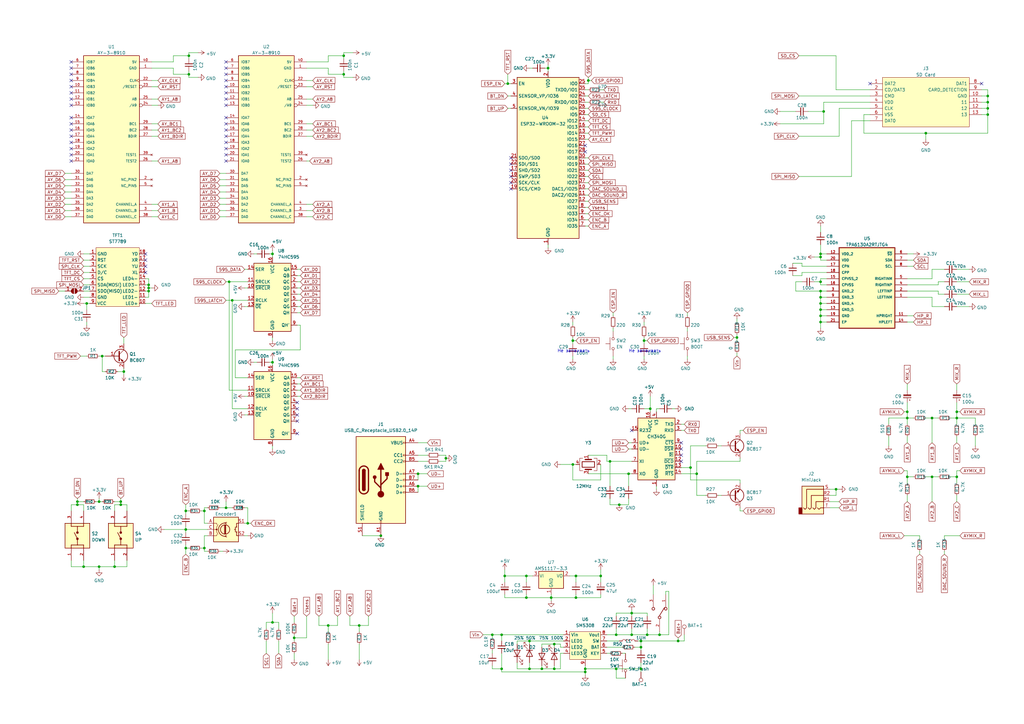
<source format=kicad_sch>
(kicad_sch (version 20231120) (generator "eeschema") (generator_version "8.0")
  (paper "A3")
  (title_block (title "ESP32 AY Player Rev.B") (date "2024-11-13") (company "Spawn") (comment 2 "Spawn"))
  (junction (at 41.91 146.05))
  (junction (at 262.89 265.43))
  (junction (at 31.75 205.74))
  (junction (at 234.95 139.7))
  (junction (at 92.71 208.28))
  (junction (at 77.47 22.86))
  (junction (at 111.76 104.14))
  (junction (at 120.65 261.62))
  (junction (at 77.47 30.48))
  (junction (at 382.27 195.58))
  (junction (at 405.13 39.37))
  (junction (at 83.82 224.79))
  (junction (at 208.28 34.29))
  (junction (at 264.16 139.7))
  (junction (at 111.76 255.27))
  (junction (at 49.53 207.01))
  (junction (at 215.9 236.22))
  (junction (at 372.11 195.58))
  (junction (at 336.55 124.46))
  (junction (at 342.9 200.66))
  (junction (at 222.25 274.32))
  (junction (at 140.97 30.48))
  (junction (at 278.13 262.89))
  (junction (at 46.99 232.41))
  (junction (at 252.73 274.32))
  (junction (at 34.29 232.41))
  (junction (at 392.43 168.91))
  (junction (at 226.06 245.11))
  (junction (at 372.11 171.45))
  (junction (at 76.2 217.17))
  (junction (at 337.82 45.72))
  (junction (at 140.97 22.86))
  (junction (at 171.45 194.31))
  (junction (at 270.51 260.35))
  (junction (at 217.17 262.89))
  (junction (at 240.03 275.59))
  (junction (at 201.93 260.35))
  (junction (at 382.27 171.45))
  (junction (at 259.08 260.35))
  (junction (at 240.03 274.32))
  (junction (at 336.55 129.54))
  (junction (at 392.43 195.58))
  (junction (at 182.88 187.96))
  (junction (at 205.74 260.35))
  (junction (at 336.55 127))
  (junction (at 224.79 27.94))
  (junction (at 207.01 236.22))
  (junction (at 379.73 54.61))
  (junction (at 266.7 167.64))
  (junction (at 302.26 138.43))
  (junction (at 227.33 274.32))
  (junction (at 405.13 44.45))
  (junction (at 40.64 232.41))
  (junction (at 217.17 274.32))
  (junction (at 265.43 260.35))
  (junction (at 285.75 194.31))
  (junction (at 205.74 274.32))
  (junction (at 40.64 205.74))
  (junction (at 246.38 236.22))
  (junction (at 405.13 41.91))
  (junction (at 31.75 207.01))
  (junction (at 93.98 115.57))
  (junction (at 171.45 199.39))
  (junction (at 35.56 124.46))
  (junction (at 336.55 115.57))
  (junction (at 95.25 123.19))
  (junction (at 111.76 148.59))
  (junction (at 227.33 264.16))
  (junction (at 259.08 251.46))
  (junction (at 134.62 256.54))
  (junction (at 76.2 224.79))
  (junction (at 336.55 132.08))
  (junction (at 60.96 118.11))
  (junction (at 215.9 245.11))
  (junction (at 49.53 205.74))
  (junction (at 147.32 256.54))
  (junction (at 241.3 33.02))
  (junction (at 392.43 171.45))
  (junction (at 236.22 245.11))
  (junction (at 156.21 219.71))
  (junction (at 60.96 116.84))
  (junction (at 250.19 189.23))
  (junction (at 50.8 152.4))
  (junction (at 262.89 274.32))
  (junction (at 60.96 119.38))
  (junction (at 236.22 236.22))
  (junction (at 405.13 46.99))
  (junction (at 257.81 194.31))
  (junction (at 336.55 119.38))
  (junction (at 283.21 191.77))
  (junction (at 372.11 168.91))
  (junction (at 101.6 214.63))
  (junction (at 336.55 121.92))
  (junction (at 252.73 260.35))
  (junction (at 76.2 209.55))
  (junction (at 234.95 190.5))
  (junction (at 336.55 105.41))
  (junction (at 83.82 209.55))
  (junction (at 336.55 104.14))
  (junction (at 254 207.01))
  (junction (at 262.89 262.89))
  (no_connect (at 279.4 181.61))
  (no_connect (at 92.71 38.1))
  (no_connect (at 92.71 63.5))
  (no_connect (at 209.55 72.39))
  (no_connect (at 92.71 50.8))
  (no_connect (at 92.71 48.26))
  (no_connect (at 121.92 177.8))
  (no_connect (at 240.03 62.23))
  (no_connect (at 121.92 172.72))
  (no_connect (at 59.69 109.22))
  (no_connect (at 259.08 176.53))
  (no_connect (at 59.69 111.76))
  (no_connect (at 92.71 55.88))
  (no_connect (at 92.71 27.94))
  (no_connect (at 279.4 184.15))
  (no_connect (at 279.4 189.23))
  (no_connect (at 209.55 74.93))
  (no_connect (at 29.21 60.96))
  (no_connect (at 29.21 25.4))
  (no_connect (at 29.21 58.42))
  (no_connect (at 29.21 66.04))
  (no_connect (at 29.21 63.5))
  (no_connect (at 29.21 55.88))
  (no_connect (at 29.21 53.34))
  (no_connect (at 29.21 50.8))
  (no_connect (at 29.21 48.26))
  (no_connect (at 29.21 40.64))
  (no_connect (at 29.21 38.1))
  (no_connect (at 29.21 43.18))
  (no_connect (at 29.21 35.56))
  (no_connect (at 29.21 27.94))
  (no_connect (at 29.21 33.02))
  (no_connect (at 29.21 30.48))
  (no_connect (at 209.55 67.31))
  (no_connect (at 209.55 64.77))
  (no_connect (at 92.71 43.18))
  (no_connect (at 92.71 53.34))
  (no_connect (at 209.55 77.47))
  (no_connect (at 240.03 59.69))
  (no_connect (at 92.71 58.42))
  (no_connect (at 279.4 186.69))
  (no_connect (at 121.92 170.18))
  (no_connect (at 59.69 104.14))
  (no_connect (at 92.71 25.4))
  (no_connect (at 92.71 35.56))
  (no_connect (at 92.71 30.48))
  (no_connect (at 356.87 34.29))
  (no_connect (at 402.59 34.29))
  (no_connect (at 92.71 33.02))
  (no_connect (at 59.69 106.68))
  (no_connect (at 92.71 66.04))
  (no_connect (at 92.71 60.96))
  (no_connect (at 121.92 165.1))
  (no_connect (at 92.71 40.64))
  (no_connect (at 209.55 69.85))
  (no_connect (at 121.92 167.64))
  (wire (pts (xy 180.34 189.23) (xy 182.88 189.23)))
  (wire (pts (xy 134.62 22.86) (xy 140.97 22.86)))
  (wire (pts (xy 227.33 264.16) (xy 229.87 264.16)))
  (wire (pts (xy 250.19 207.01) (xy 254 207.01)))
  (wire (pts (xy 251.46 128.27) (xy 251.46 129.54)))
  (wire (pts (xy 49.53 204.47) (xy 49.53 205.74)))
  (wire (pts (xy 240.03 44.45) (xy 241.3 44.45)))
  (wire (pts (xy 372.11 165.1) (xy 372.11 168.91)))
  (wire (pts (xy 372.11 109.22) (xy 374.65 109.22)))
  (wire (pts (xy 336.55 132.08) (xy 339.09 132.08)))
  (wire (pts (xy 120.65 267.97) (xy 120.65 270.51)))
  (wire (pts (xy 111.76 184.15) (xy 111.76 182.88)))
  (wire (pts (xy 241.3 186.69) (xy 248.92 186.69)))
  (wire (pts (xy 372.11 168.91) (xy 372.11 171.45)))
  (wire (pts (xy 59.69 116.84) (xy 60.96 116.84)))
  (wire (pts (xy 240.03 74.93) (xy 241.3 74.93)))
  (wire (pts (xy 62.23 25.4) (xy 71.12 25.4)))
  (wire (pts (xy 392.43 168.91) (xy 392.43 171.45)))
  (wire (pts (xy 50.8 138.43) (xy 50.8 140.97)))
  (wire (pts (xy 281.94 146.05) (xy 281.94 147.32)))
  (wire (pts (xy 300.99 138.43) (xy 302.26 138.43)))
  (wire (pts (xy 67.31 217.17) (xy 76.2 217.17)))
  (wire (pts (xy 349.25 72.39) (xy 349.25 49.53)))
  (wire (pts (xy 201.93 273.05) (xy 201.93 274.32)))
  (wire (pts (xy 405.13 41.91) (xy 405.13 44.45)))
  (wire (pts (xy 34.29 124.46) (xy 35.56 124.46)))
  (wire (pts (xy 140.97 31.75) (xy 140.97 30.48)))
  (wire (pts (xy 76.2 209.55) (xy 77.47 209.55)))
  (wire (pts (xy 339.09 114.3) (xy 336.55 114.3)))
  (wire (pts (xy 326.39 119.38) (xy 336.55 119.38)))
  (wire (pts (xy 77.47 22.86) (xy 77.47 21.59)))
  (wire (pts (xy 226.06 245.11) (xy 236.22 245.11)))
  (wire (pts (xy 180.34 186.69) (xy 182.88 186.69)))
  (wire (pts (xy 227.33 265.43) (xy 227.33 264.16)))
  (wire (pts (xy 205.74 260.35) (xy 205.74 262.89)))
  (wire (pts (xy 252.73 252.73) (xy 252.73 251.46)))
  (wire (pts (xy 241.3 34.29) (xy 240.03 34.29)))
  (wire (pts (xy 205.74 275.59) (xy 240.03 275.59)))
  (wire (pts (xy 236.22 236.22) (xy 236.22 238.76)))
  (wire (pts (xy 372.11 171.45) (xy 372.11 173.99)))
  (wire (pts (xy 134.62 25.4) (xy 134.62 22.86)))
  (wire (pts (xy 227.33 273.05) (xy 227.33 274.32)))
  (wire (pts (xy 125.73 43.18) (xy 128.27 43.18)))
  (wire (pts (xy 336.55 127) (xy 339.09 127)))
  (wire (pts (xy 248.92 265.43) (xy 255.27 265.43)))
  (wire (pts (xy 382.27 171.45) (xy 382.27 181.61)))
  (wire (pts (xy 41.91 146.05) (xy 43.18 146.05)))
  (wire (pts (xy 125.73 33.02) (xy 128.27 33.02)))
  (wire (pts (xy 231.14 262.89) (xy 217.17 262.89)))
  (wire (pts (xy 246.38 233.68) (xy 246.38 236.22)))
  (wire (pts (xy 71.12 25.4) (xy 71.12 22.86)))
  (wire (pts (xy 240.03 275.59) (xy 240.03 274.32)))
  (wire (pts (xy 83.82 214.63) (xy 85.09 214.63)))
  (wire (pts (xy 382.27 125.73) (xy 387.35 125.73)))
  (wire (pts (xy 229.87 267.97) (xy 231.14 267.97)))
  (wire (pts (xy 100.33 110.49) (xy 101.6 110.49)))
  (wire (pts (xy 289.56 203.2) (xy 285.75 203.2)))
  (wire (pts (xy 223.52 27.94) (xy 224.79 27.94)))
  (wire (pts (xy 379.73 195.58) (xy 382.27 195.58)))
  (wire (pts (xy 236.22 245.11) (xy 246.38 245.11)))
  (wire (pts (xy 77.47 21.59) (xy 81.28 21.59)))
  (wire (pts (xy 90.17 78.74) (xy 92.71 78.74)))
  (wire (pts (xy 171.45 194.31) (xy 175.26 194.31)))
  (wire (pts (xy 280.67 260.35) (xy 280.67 262.89)))
  (wire (pts (xy 240.03 80.01) (xy 241.3 80.01)))
  (wire (pts (xy 125.73 83.82) (xy 128.27 83.82)))
  (wire (pts (xy 34.29 232.41) (xy 40.64 232.41)))
  (wire (pts (xy 248.92 267.97) (xy 250.19 267.97)))
  (wire (pts (xy 227.33 274.32) (xy 229.87 274.32)))
  (wire (pts (xy 121.92 115.57) (xy 123.19 115.57)))
  (wire (pts (xy 370.84 219.71) (xy 377.19 219.71)))
  (wire (pts (xy 71.12 27.94) (xy 71.12 30.48)))
  (wire (pts (xy 337.82 41.91) (xy 337.82 45.72)))
  (wire (pts (xy 143.51 256.54) (xy 147.32 256.54)))
  (wire (pts (xy 76.2 224.79) (xy 77.47 224.79)))
  (wire (pts (xy 392.43 165.1) (xy 392.43 168.91)))
  (wire (pts (xy 270.51 259.08) (xy 270.51 260.35)))
  (wire (pts (xy 382.27 121.92) (xy 382.27 125.73)))
  (wire (pts (xy 100.33 219.71) (xy 101.6 219.71)))
  (wire (pts (xy 59.69 121.92) (xy 60.96 121.92)))
  (wire (pts (xy 264.16 138.43) (xy 264.16 139.7)))
  (wire (pts (xy 121.92 162.56) (xy 123.19 162.56)))
  (wire (pts (xy 198.12 260.35) (xy 201.93 260.35)))
  (wire (pts (xy 279.4 191.77) (xy 283.21 191.77)))
  (wire (pts (xy 328.93 113.03) (xy 325.12 113.03)))
  (wire (pts (xy 40.64 205.74) (xy 39.37 205.74)))
  (wire (pts (xy 240.03 41.91) (xy 241.3 41.91)))
  (wire (pts (xy 402.59 46.99) (xy 405.13 46.99)))
  (wire (pts (xy 217.17 262.89) (xy 217.17 264.16)))
  (wire (pts (xy 328.93 109.22) (xy 339.09 109.22)))
  (wire (pts (xy 392.43 179.07) (xy 392.43 181.61)))
  (wire (pts (xy 35.56 132.08) (xy 35.56 133.35)))
  (wire (pts (xy 50.8 152.4) (xy 50.8 153.67)))
  (wire (pts (xy 96.52 143.51) (xy 96.52 154.94)))
  (wire (pts (xy 336.55 116.84) (xy 336.55 115.57)))
  (wire (pts (xy 252.73 251.46) (xy 259.08 251.46)))
  (wire (pts (xy 171.45 199.39) (xy 175.26 199.39)))
  (wire (pts (xy 34.29 229.87) (xy 34.29 232.41)))
  (wire (pts (xy 257.81 207.01) (xy 254 207.01)))
  (wire (pts (xy 134.62 27.94) (xy 134.62 30.48)))
  (wire (pts (xy 336.55 100.33) (xy 336.55 104.14)))
  (wire (pts (xy 377.19 219.71) (xy 377.19 220.98)))
  (wire (pts (xy 125.73 25.4) (xy 134.62 25.4)))
  (wire (pts (xy 60.96 118.11) (xy 62.23 118.11)))
  (wire (pts (xy 336.55 106.68) (xy 336.55 105.41)))
  (wire (pts (xy 234.95 146.05) (xy 234.95 147.32)))
  (wire (pts (xy 252.73 260.35) (xy 259.08 260.35)))
  (wire (pts (xy 334.01 105.41) (xy 336.55 105.41)))
  (wire (pts (xy 251.46 134.62) (xy 251.46 135.89)))
  (wire (pts (xy 336.55 121.92) (xy 336.55 124.46)))
  (wire (pts (xy 342.9 36.83) (xy 356.87 36.83)))
  (wire (pts (xy 92.71 208.28) (xy 92.71 205.74)))
  (wire (pts (xy 90.17 73.66) (xy 92.71 73.66)))
  (wire (pts (xy 384.81 119.38) (xy 384.81 120.65)))
  (wire (pts (xy 283.21 196.85) (xy 303.53 196.85)))
  (wire (pts (xy 212.09 274.32) (xy 217.17 274.32)))
  (wire (pts (xy 342.9 22.86) (xy 342.9 36.83)))
  (wire (pts (xy 400.05 171.45) (xy 392.43 171.45)))
  (wire (pts (xy 382.27 114.3) (xy 382.27 110.49)))
  (wire (pts (xy 336.55 129.54) (xy 339.09 129.54)))
  (wire (pts (xy 92.71 115.57) (xy 93.98 115.57)))
  (wire (pts (xy 242.57 33.02) (xy 241.3 33.02)))
  (wire (pts (xy 264.16 139.7) (xy 264.16 140.97)))
  (wire (pts (xy 208.28 44.45) (xy 209.55 44.45)))
  (wire (pts (xy 26.67 88.9) (xy 29.21 88.9)))
  (wire (pts (xy 125.73 66.04) (xy 127 66.04)))
  (wire (pts (xy 246.38 196.85) (xy 234.95 196.85)))
  (wire (pts (xy 62.23 43.18) (xy 64.77 43.18)))
  (wire (pts (xy 252.73 274.32) (xy 262.89 274.32)))
  (wire (pts (xy 52.07 229.87) (xy 52.07 232.41)))
  (wire (pts (xy 260.35 265.43) (xy 262.89 265.43)))
  (wire (pts (xy 62.23 88.9) (xy 64.77 88.9)))
  (wire (pts (xy 62.23 83.82) (xy 64.77 83.82)))
  (wire (pts (xy 392.43 125.73) (xy 397.51 125.73)))
  (wire (pts (xy 35.56 124.46) (xy 36.83 124.46)))
  (wire (pts (xy 171.45 181.61) (xy 175.26 181.61)))
  (wire (pts (xy 49.53 205.74) (xy 49.53 207.01)))
  (wire (pts (xy 123.19 143.51) (xy 96.52 143.51)))
  (wire (pts (xy 62.23 50.8) (xy 64.77 50.8)))
  (wire (pts (xy 372.11 179.07) (xy 372.11 181.61)))
  (wire (pts (xy 342.9 200.66) (xy 344.17 200.66)))
  (wire (pts (xy 31.75 207.01) (xy 34.29 207.01)))
  (wire (pts (xy 43.18 152.4) (xy 41.91 152.4)))
  (wire (pts (xy 331.47 45.72) (xy 337.82 45.72)))
  (wire (pts (xy 33.02 146.05) (xy 35.56 146.05)))
  (wire (pts (xy 134.62 256.54) (xy 138.43 256.54)))
  (wire (pts (xy 134.62 30.48) (xy 140.97 30.48)))
  (wire (pts (xy 384.81 115.57) (xy 387.35 115.57)))
  (wire (pts (xy 265.43 252.73) (xy 265.43 251.46)))
  (wire (pts (xy 50.8 151.13) (xy 50.8 152.4)))
  (wire (pts (xy 222.25 273.05) (xy 222.25 274.32)))
  (wire (pts (xy 304.8 176.53) (xy 303.53 176.53)))
  (wire (pts (xy 257.81 184.15) (xy 259.08 184.15)))
  (wire (pts (xy 90.17 76.2) (xy 92.71 76.2)))
  (wire (pts (xy 261.62 262.89) (xy 262.89 262.89)))
  (wire (pts (xy 104.14 148.59) (xy 105.41 148.59)))
  (wire (pts (xy 125.73 252.73) (xy 125.73 261.62)))
  (wire (pts (xy 336.55 124.46) (xy 336.55 127)))
  (wire (pts (xy 26.67 83.82) (xy 29.21 83.82)))
  (wire (pts (xy 151.13 256.54) (xy 151.13 252.73)))
  (wire (pts (xy 372.11 129.54) (xy 374.65 129.54)))
  (wire (pts (xy 372.11 171.45) (xy 374.65 171.45)))
  (wire (pts (xy 303.53 209.55) (xy 304.8 209.55)))
  (wire (pts (xy 264.16 139.7) (xy 265.43 139.7)))
  (wire (pts (xy 92.71 123.19) (xy 95.25 123.19)))
  (wire (pts (xy 29.21 229.87) (xy 29.21 232.41)))
  (wire (pts (xy 34.29 104.14) (xy 36.83 104.14)))
  (wire (pts (xy 46.99 207.01) (xy 49.53 207.01)))
  (wire (pts (xy 217.17 27.94) (xy 218.44 27.94)))
  (wire (pts (xy 134.62 256.54) (xy 134.62 259.08)))
  (wire (pts (xy 138.43 256.54) (xy 138.43 252.73)))
  (wire (pts (xy 241.3 31.75) (xy 241.3 33.02)))
  (wire (pts (xy 327.66 55.88) (xy 344.17 55.88)))
  (wire (pts (xy 294.64 182.88) (xy 295.91 182.88)))
  (wire (pts (xy 85.09 208.28) (xy 83.82 208.28)))
  (wire (pts (xy 340.36 200.66) (xy 342.9 200.66)))
  (wire (pts (xy 95.25 167.64) (xy 101.6 167.64)))
  (wire (pts (xy 241.3 194.31) (xy 257.81 194.31)))
  (wire (pts (xy 248.92 260.35) (xy 252.73 260.35)))
  (wire (pts (xy 101.6 214.63) (xy 101.6 208.28)))
  (wire (pts (xy 269.24 167.64) (xy 270.51 167.64)))
  (wire (pts (xy 90.17 83.82) (xy 92.71 83.82)))
  (wire (pts (xy 372.11 132.08) (xy 374.65 132.08)))
  (wire (pts (xy 273.05 242.57) (xy 274.32 242.57)))
  (wire (pts (xy 83.82 219.71) (xy 85.09 219.71)))
  (wire (pts (xy 134.62 264.16) (xy 134.62 270.51)))
  (wire (pts (xy 229.87 265.43) (xy 229.87 264.16)))
  (wire (pts (xy 130.81 256.54) (xy 134.62 256.54)))
  (wire (pts (xy 405.13 46.99) (xy 405.13 54.61)))
  (wire (pts (xy 262.89 274.32) (xy 262.89 275.59)))
  (wire (pts (xy 372.11 203.2) (xy 372.11 205.74)))
  (wire (pts (xy 337.82 41.91) (xy 356.87 41.91)))
  (wire (pts (xy 208.28 34.29) (xy 209.55 34.29)))
  (wire (pts (xy 240.03 85.09) (xy 241.3 85.09)))
  (wire (pts (xy 100.33 162.56) (xy 101.6 162.56)))
  (wire (pts (xy 34.29 209.55) (xy 34.29 207.01)))
  (wire (pts (xy 377.19 227.33) (xy 377.19 226.06)))
  (wire (pts (xy 336.55 132.08) (xy 336.55 134.62)))
  (wire (pts (xy 269.24 199.39) (xy 269.24 200.66)))
  (wire (pts (xy 229.87 267.97) (xy 229.87 274.32)))
  (wire (pts (xy 336.55 92.71) (xy 336.55 95.25)))
  (wire (pts (xy 240.03 49.53) (xy 241.3 49.53)))
  (wire (pts (xy 125.73 53.34) (xy 128.27 53.34)))
  (wire (pts (xy 52.07 209.55) (xy 52.07 207.01)))
  (wire (pts (xy 120.65 252.73) (xy 120.65 255.27)))
  (wire (pts (xy 336.55 115.57) (xy 334.01 115.57)))
  (wire (pts (xy 207.01 34.29) (xy 208.28 34.29)))
  (wire (pts (xy 246.38 243.84) (xy 246.38 245.11)))
  (wire (pts (xy 212.09 262.89) (xy 212.09 264.16)))
  (wire (pts (xy 34.29 106.68) (xy 36.83 106.68)))
  (wire (pts (xy 34.29 116.84) (xy 36.83 116.84)))
  (wire (pts (xy 392.43 157.48) (xy 392.43 160.02)))
  (wire (pts (xy 393.7 168.91) (xy 392.43 168.91)))
  (wire (pts (xy 289.56 182.88) (xy 283.21 182.88)))
  (wire (pts (xy 147.32 264.16) (xy 147.32 270.51)))
  (wire (pts (xy 212.09 271.78) (xy 212.09 274.32)))
  (wire (pts (xy 285.75 203.2) (xy 285.75 194.31)))
  (wire (pts (xy 81.28 31.75) (xy 77.47 31.75)))
  (wire (pts (xy 240.03 39.37) (xy 241.3 39.37)))
  (wire (pts (xy 344.17 44.45) (xy 356.87 44.45)))
  (wire (pts (xy 76.2 223.52) (xy 76.2 224.79)))
  (wire (pts (xy 62.23 27.94) (xy 71.12 27.94)))
  (wire (pts (xy 267.97 240.03) (xy 267.97 243.84)))
  (wire (pts (xy 140.97 22.86) (xy 140.97 21.59)))
  (wire (pts (xy 274.32 260.35) (xy 270.51 260.35)))
  (wire (pts (xy 402.59 44.45) (xy 405.13 44.45)))
  (wire (pts (xy 114.3 257.81) (xy 114.3 255.27)))
  (wire (pts (xy 240.03 77.47) (xy 241.3 77.47)))
  (wire (pts (xy 240.03 273.05) (xy 240.03 274.32)))
  (wire (pts (xy 101.6 208.28) (xy 100.33 208.28)))
  (wire (pts (xy 384.81 120.65) (xy 387.35 120.65)))
  (wire (pts (xy 392.43 171.45) (xy 389.89 171.45)))
  (wire (pts (xy 382.27 110.49) (xy 387.35 110.49)))
  (wire (pts (xy 205.74 267.97) (xy 205.74 274.32)))
  (wire (pts (xy 370.84 193.04) (xy 372.11 193.04)))
  (wire (pts (xy 60.96 116.84) (xy 60.96 118.11)))
  (wire (pts (xy 339.09 111.76) (xy 328.93 111.76)))
  (wire (pts (xy 26.67 71.12) (xy 29.21 71.12)))
  (wire (pts (xy 182.88 186.69) (xy 182.88 187.96)))
  (wire (pts (xy 76.2 217.17) (xy 76.2 218.44)))
  (wire (pts (xy 46.99 232.41) (xy 52.07 232.41)))
  (wire (pts (xy 240.03 52.07) (xy 241.3 52.07)))
  (wire (pts (xy 327.66 39.37) (xy 356.87 39.37)))
  (wire (pts (xy 262.89 265.43) (xy 262.89 266.7)))
  (wire (pts (xy 215.9 243.84) (xy 215.9 245.11)))
  (wire (pts (xy 339.09 106.68) (xy 336.55 106.68)))
  (wire (pts (xy 303.53 176.53) (xy 303.53 177.8)))
  (wire (pts (xy 62.23 33.02) (xy 64.77 33.02)))
  (wire (pts (xy 392.43 171.45) (xy 392.43 173.99)))
  (wire (pts (xy 264.16 167.64) (xy 266.7 167.64)))
  (wire (pts (xy 262.89 262.89) (xy 278.13 262.89)))
  (wire (pts (xy 140.97 24.13) (xy 140.97 22.86)))
  (wire (pts (xy 95.25 123.19) (xy 95.25 167.64)))
  (wire (pts (xy 372.11 193.04) (xy 372.11 195.58)))
  (wire (pts (xy 120.65 261.62) (xy 120.65 262.89)))
  (wire (pts (xy 285.75 194.31) (xy 285.75 189.23)))
  (wire (pts (xy 62.23 35.56) (xy 64.77 35.56)))
  (wire (pts (xy 246.38 41.91) (xy 247.65 41.91)))
  (wire (pts (xy 121.92 120.65) (xy 123.19 120.65)))
  (wire (pts (xy 208.28 30.48) (xy 208.28 34.29)))
  (wire (pts (xy 240.03 46.99) (xy 241.3 46.99)))
  (wire (pts (xy 266.7 162.56) (xy 266.7 167.64)))
  (wire (pts (xy 201.93 260.35) (xy 201.93 261.62)))
  (wire (pts (xy 76.2 224.79) (xy 76.2 227.33)))
  (wire (pts (xy 46.99 209.55) (xy 46.99 207.01)))
  (wire (pts (xy 372.11 104.14) (xy 374.65 104.14)))
  (wire (pts (xy 384.81 171.45) (xy 382.27 171.45)))
  (wire (pts (xy 125.73 55.88) (xy 128.27 55.88)))
  (wire (pts (xy 294.64 203.2) (xy 295.91 203.2)))
  (wire (pts (xy 392.43 120.65) (xy 397.51 120.65)))
  (wire (pts (xy 121.92 110.49) (xy 123.19 110.49)))
  (wire (pts (xy 336.55 104.14) (xy 336.55 105.41)))
  (wire (pts (xy 255.27 267.97) (xy 256.54 267.97)))
  (wire (pts (xy 302.26 138.43) (xy 302.26 139.7)))
  (wire (pts (xy 336.55 129.54) (xy 336.55 132.08)))
  (wire (pts (xy 302.26 130.81) (xy 302.26 132.08)))
  (wire (pts (xy 46.99 205.74) (xy 49.53 205.74)))
  (wire (pts (xy 340.36 208.28) (xy 344.17 208.28)))
  (wire (pts (xy 234.95 196.85) (xy 234.95 190.5)))
  (wire (pts (xy 241.3 33.02) (xy 241.3 34.29)))
  (wire (pts (xy 372.11 121.92) (xy 382.27 121.92)))
  (wire (pts (xy 90.17 226.06) (xy 91.44 226.06)))
  (wire (pts (xy 26.67 86.36) (xy 29.21 86.36)))
  (wire (pts (xy 405.13 54.61) (xy 379.73 54.61)))
  (wire (pts (xy 40.64 205.74) (xy 41.91 205.74)))
  (wire (pts (xy 130.81 252.73) (xy 130.81 256.54)))
  (wire (pts (xy 62.23 40.64) (xy 64.77 40.64)))
  (wire (pts (xy 339.09 119.38) (xy 336.55 119.38)))
  (wire (pts (xy 125.73 40.64) (xy 128.27 40.64)))
  (wire (pts (xy 201.93 274.32) (xy 205.74 274.32)))
  (wire (pts (xy 281.94 134.62) (xy 281.94 135.89)))
  (wire (pts (xy 392.43 193.04) (xy 392.43 195.58)))
  (wire (pts (xy 222.25 265.43) (xy 222.25 264.16)))
  (wire (pts (xy 256.54 278.13) (xy 252.73 278.13)))
  (wire (pts (xy 60.96 121.92) (xy 60.96 119.38)))
  (wire (pts (xy 31.75 205.74) (xy 31.75 207.01)))
  (wire (pts (xy 372.11 106.68) (xy 374.65 106.68)))
  (wire (pts (xy 259.08 257.81) (xy 259.08 260.35)))
  (wire (pts (xy 262.89 271.78) (xy 262.89 274.32)))
  (wire (pts (xy 148.59 219.71) (xy 156.21 219.71)))
  (wire (pts (xy 121.92 160.02) (xy 123.19 160.02)))
  (wire (pts (xy 59.69 124.46) (xy 62.23 124.46)))
  (wire (pts (xy 207.01 236.22) (xy 207.01 238.76)))
  (wire (pts (xy 34.29 119.38) (xy 36.83 119.38)))
  (wire (pts (xy 405.13 44.45) (xy 405.13 46.99)))
  (wire (pts (xy 265.43 257.81) (xy 265.43 260.35)))
  (wire (pts (xy 93.98 115.57) (xy 93.98 160.02)))
  (wire (pts (xy 31.75 205.74) (xy 34.29 205.74)))
  (wire (pts (xy 379.73 171.45) (xy 382.27 171.45)))
  (wire (pts (xy 111.76 251.46) (xy 111.76 255.27)))
  (wire (pts (xy 279.4 176.53) (xy 280.67 176.53)))
  (wire (pts (xy 402.59 39.37) (xy 405.13 39.37)))
  (wire (pts (xy 121.92 125.73) (xy 123.19 125.73)))
  (wire (pts (xy 147.32 256.54) (xy 151.13 256.54)))
  (wire (pts (xy 236.22 243.84) (xy 236.22 245.11)))
  (wire (pts (xy 147.32 256.54) (xy 147.32 259.08)))
  (wire (pts (xy 48.26 152.4) (xy 50.8 152.4)))
  (wire (pts (xy 100.33 118.11) (xy 101.6 118.11)))
  (wire (pts (xy 240.03 90.17) (xy 241.3 90.17)))
  (wire (pts (xy 83.82 209.55) (xy 83.82 214.63)))
  (wire (pts (xy 240.03 87.63) (xy 241.3 87.63)))
  (wire (pts (xy 77.47 24.13) (xy 77.47 22.86)))
  (wire (pts (xy 125.73 50.8) (xy 128.27 50.8)))
  (wire (pts (xy 76.2 215.9) (xy 76.2 217.17)))
  (wire (pts (xy 340.36 205.74) (xy 344.17 205.74)))
  (wire (pts (xy 77.47 30.48) (xy 77.47 29.21)))
  (wire (pts (xy 240.03 64.77) (xy 241.3 64.77)))
  (wire (pts (xy 83.82 224.79) (xy 83.82 219.71)))
  (wire (pts (xy 144.78 31.75) (xy 140.97 31.75)))
  (wire (pts (xy 372.11 116.84) (xy 384.81 116.84)))
  (wire (pts (xy 257.81 194.31) (xy 259.08 194.31)))
  (wire (pts (xy 303.53 189.23) (xy 303.53 187.96)))
  (wire (pts (xy 248.92 189.23) (xy 250.19 189.23)))
  (wire (pts (xy 77.47 31.75) (xy 77.47 30.48)))
  (wire (pts (xy 90.17 88.9) (xy 92.71 88.9)))
  (wire (pts (xy 222.25 264.16) (xy 227.33 264.16)))
  (wire (pts (xy 171.45 199.39) (xy 171.45 201.93)))
  (wire (pts (xy 281.94 128.27) (xy 281.94 129.54)))
  (wire (pts (xy 234.95 139.7) (xy 234.95 140.97)))
  (wire (pts (xy 109.22 257.81) (xy 109.22 255.27)))
  (wire (pts (xy 303.53 196.85) (xy 303.53 198.12)))
  (wire (pts (xy 240.03 69.85) (xy 241.3 69.85)))
  (wire (pts (xy 93.98 160.02) (xy 101.6 160.02)))
  (wire (pts (xy 327.66 72.39) (xy 349.25 72.39)))
  (wire (pts (xy 405.13 39.37) (xy 405.13 41.91)))
  (wire (pts (xy 246.38 36.83) (xy 247.65 36.83)))
  (wire (pts (xy 90.17 208.28) (xy 92.71 208.28)))
  (wire (pts (xy 101.6 115.57) (xy 93.98 115.57)))
  (wire (pts (xy 224.79 100.33) (xy 224.79 101.6)))
  (wire (pts (xy 302.26 144.78) (xy 302.26 146.05)))
  (wire (pts (xy 111.76 138.43) (xy 111.76 139.7)))
  (wire (pts (xy 26.67 73.66) (xy 29.21 73.66)))
  (wire (pts (xy 240.03 82.55) (xy 241.3 82.55)))
  (wire (pts (xy 201.93 266.7) (xy 201.93 267.97)))
  (wire (pts (xy 60.96 114.3) (xy 60.96 116.84)))
  (wire (pts (xy 26.67 78.74) (xy 29.21 78.74)))
  (wire (pts (xy 82.55 209.55) (xy 83.82 209.55)))
  (wire (pts (xy 59.69 114.3) (xy 60.96 114.3)))
  (wire (pts (xy 224.79 26.67) (xy 224.79 27.94)))
  (wire (pts (xy 262.89 265.43) (xy 262.89 262.89)))
  (wire (pts (xy 372.11 195.58) (xy 372.11 198.12)))
  (wire (pts (xy 208.28 39.37) (xy 209.55 39.37)))
  (wire (pts (xy 234.95 190.5) (xy 236.22 190.5)))
  (wire (pts (xy 344.17 55.88) (xy 344.17 44.45)))
  (wire (pts (xy 364.49 171.45) (xy 372.11 171.45)))
  (wire (pts (xy 328.93 107.95) (xy 328.93 109.22)))
  (wire (pts (xy 354.33 54.61) (xy 379.73 54.61)))
  (wire (pts (xy 143.51 252.73) (xy 143.51 256.54)))
  (wire (pts (xy 34.29 109.22) (xy 36.83 109.22)))
  (wire (pts (xy 171.45 186.69) (xy 175.26 186.69)))
  (wire (pts (xy 382.27 195.58) (xy 382.27 205.74)))
  (wire (pts (xy 226.06 243.84) (xy 226.06 245.11)))
  (wire (pts (xy 384.81 116.84) (xy 384.81 115.57)))
  (wire (pts (xy 60.96 119.38) (xy 60.96 118.11)))
  (wire (pts (xy 109.22 255.27) (xy 111.76 255.27)))
  (wire (pts (xy 40.64 146.05) (xy 41.91 146.05)))
  (wire (pts (xy 269.24 168.91) (xy 269.24 167.64)))
  (wire (pts (xy 46.99 229.87) (xy 46.99 232.41)))
  (wire (pts (xy 336.55 121.92) (xy 339.09 121.92)))
  (wire (pts (xy 372.11 119.38) (xy 384.81 119.38)))
  (wire (pts (xy 100.33 214.63) (xy 101.6 214.63)))
  (wire (pts (xy 34.29 111.76) (xy 36.83 111.76)))
  (wire (pts (xy 125.73 88.9) (xy 128.27 88.9)))
  (wire (pts (xy 372.11 157.48) (xy 372.11 160.02)))
  (wire (pts (xy 364.49 179.07) (xy 364.49 182.88)))
  (wire (pts (xy 29.21 209.55) (xy 29.21 207.01)))
  (wire (pts (xy 325.12 107.95) (xy 328.93 107.95)))
  (wire (pts (xy 264.16 146.05) (xy 264.16 147.32)))
  (wire (pts (xy 231.14 265.43) (xy 229.87 265.43)))
  (wire (pts (xy 62.23 55.88) (xy 64.77 55.88)))
  (wire (pts (xy 62.23 53.34) (xy 64.77 53.34)))
  (wire (pts (xy 266.7 167.64) (xy 266.7 168.91)))
  (wire (pts (xy 83.82 226.06) (xy 83.82 224.79)))
  (wire (pts (xy 240.03 67.31) (xy 241.3 67.31)))
  (wire (pts (xy 121.92 123.19) (xy 123.19 123.19)))
  (wire (pts (xy 326.39 115.57) (xy 326.39 119.38)))
  (wire (pts (xy 205.74 275.59) (xy 205.74 274.32)))
  (wire (pts (xy 283.21 191.77) (xy 283.21 196.85)))
  (wire (pts (xy 250.19 189.23) (xy 250.19 199.39)))
  (wire (pts (xy 283.21 182.88) (xy 283.21 191.77)))
  (wire (pts (xy 354.33 46.99) (xy 354.33 54.61)))
  (wire (pts (xy 342.9 203.2) (xy 342.9 200.66)))
  (wire (pts (xy 400.05 173.99) (xy 400.05 171.45)))
  (wire (pts (xy 392.43 203.2) (xy 392.43 205.74)))
  (wire (pts (xy 240.03 57.15) (xy 241.3 57.15)))
  (wire (pts (xy 370.84 168.91) (xy 372.11 168.91)))
  (wire (pts (xy 109.22 262.89) (xy 109.22 267.97)))
  (wire (pts (xy 339.09 104.14) (xy 336.55 104.14)))
  (wire (pts (xy 405.13 36.83) (xy 405.13 39.37)))
  (wire (pts (xy 275.59 167.64) (xy 276.86 167.64)))
  (wire (pts (xy 41.91 146.05) (xy 41.91 152.4)))
  (wire (pts (xy 224.79 27.94) (xy 224.79 29.21)))
  (wire (pts (xy 92.71 208.28) (xy 95.25 208.28)))
  (wire (pts (xy 339.09 116.84) (xy 336.55 116.84)))
  (wire (pts (xy 123.19 133.35) (xy 123.19 143.51)))
  (wire (pts (xy 278.13 261.62) (xy 278.13 262.89)))
  (wire (pts (xy 240.03 72.39) (xy 241.3 72.39)))
  (wire (pts (xy 240.03 54.61) (xy 241.3 54.61)))
  (wire (pts (xy 264.16 132.08) (xy 264.16 133.35)))
  (wire (pts (xy 62.23 86.36) (xy 64.77 86.36)))
  (wire (pts (xy 121.92 113.03) (xy 123.19 113.03)))
  (wire (pts (xy 265.43 260.35) (xy 270.51 260.35)))
  (wire (pts (xy 320.04 45.72) (xy 326.39 45.72)))
  (wire (pts (xy 364.49 173.99) (xy 364.49 171.45)))
  (wire (pts (xy 392.43 115.57) (xy 397.51 115.57)))
  (wire (pts (xy 76.2 210.82) (xy 76.2 209.55)))
  (wire (pts (xy 257.81 181.61) (xy 259.08 181.61)))
  (wire (pts (xy 274.32 242.57) (xy 274.32 260.35)))
  (wire (pts (xy 336.55 127) (xy 336.55 129.54)))
  (wire (pts (xy 279.4 194.31) (xy 285.75 194.31)))
  (wire (pts (xy 34.29 121.92) (xy 36.83 121.92)))
  (wire (pts (xy 111.76 148.59) (xy 111.76 149.86)))
  (wire (pts (xy 240.03 36.83) (xy 241.3 36.83)))
  (wire (pts (xy 217.17 262.89) (xy 212.09 262.89)))
  (wire (pts (xy 111.76 102.87) (xy 111.76 104.14)))
  (wire (pts (xy 337.82 45.72) (xy 337.82 50.8)))
  (wire (pts (xy 52.07 207.01) (xy 49.53 207.01)))
  (wire (pts (xy 236.22 236.22) (xy 233.68 236.22)))
  (wire (pts (xy 372.11 114.3) (xy 382.27 114.3)))
  (wire (pts (xy 349.25 49.53) (xy 356.87 49.53)))
  (wire (pts (xy 125.73 35.56) (xy 128.27 35.56)))
  (wire (pts (xy 201.93 260.35) (xy 205.74 260.35)))
  (wire (pts (xy 246.38 238.76) (xy 246.38 236.22)))
  (wire (pts (xy 35.56 124.46) (xy 35.56 127)))
  (wire (pts (xy 336.55 119.38) (xy 336.55 121.92)))
  (wire (pts (xy 356.87 46.99) (xy 354.33 46.99)))
  (wire (pts (xy 215.9 236.22) (xy 215.9 238.76)))
  (wire (pts (xy 110.49 104.14) (xy 111.76 104.14)))
  (wire (pts (xy 140.97 21.59) (xy 144.78 21.59)))
  (wire (pts (xy 217.17 274.32) (xy 222.25 274.32)))
  (wire (pts (xy 252.73 274.32) (xy 252.73 278.13)))
  (wire (pts (xy 259.08 251.46) (xy 259.08 252.73)))
  (wire (pts (xy 259.08 167.64) (xy 257.81 167.64)))
  (wire (pts (xy 82.55 224.79) (xy 83.82 224.79)))
  (wire (pts (xy 140.97 30.48) (xy 140.97 29.21)))
  (wire (pts (xy 40.64 204.47) (xy 40.64 205.74)))
  (wire (pts (xy 215.9 236.22) (xy 218.44 236.22)))
  (wire (pts (xy 121.92 154.94) (xy 123.19 154.94)))
  (wire (pts (xy 392.43 195.58) (xy 389.89 195.58)))
  (wire (pts (xy 101.6 214.63) (xy 102.87 214.63)))
  (wire (pts (xy 302.26 137.16) (xy 302.26 138.43)))
  (wire (pts (xy 125.73 86.36) (xy 128.27 86.36)))
  (wire (pts (xy 246.38 190.5) (xy 246.38 196.85)))
  (wire (pts (xy 121.92 157.48) (xy 123.19 157.48)))
  (wire (pts (xy 328.93 115.57) (xy 326.39 115.57)))
  (wire (pts (xy 392.43 110.49) (xy 397.51 110.49)))
  (wire (pts (xy 29.21 207.01) (xy 31.75 207.01)))
  (wire (pts (xy 71.12 22.86) (xy 77.47 22.86)))
  (wire (pts (xy 121.92 128.27) (xy 123.19 128.27)))
  (wire (pts (xy 121.92 133.35) (xy 123.19 133.35)))
  (wire (pts (xy 100.33 170.18) (xy 101.6 170.18)))
  (wire (pts (xy 384.81 195.58) (xy 382.27 195.58)))
  (wire (pts (xy 207.01 236.22) (xy 215.9 236.22)))
  (wire (pts (xy 280.67 262.89) (xy 278.13 262.89)))
  (wire (pts (xy 59.69 119.38) (xy 60.96 119.38)))
  (wire (pts (xy 96.52 154.94) (xy 101.6 154.94)))
  (wire (pts (xy 114.3 255.27) (xy 111.76 255.27)))
  (wire (pts (xy 111.76 104.14) (xy 111.76 105.41)))
  (wire (pts (xy 207.01 233.68) (xy 207.01 236.22)))
  (wire (pts (xy 34.29 114.3) (xy 36.83 114.3)))
  (wire (pts (xy 207.01 243.84) (xy 207.01 245.11)))
  (wire (pts (xy 26.67 76.2) (xy 29.21 76.2)))
  (wire (pts (xy 125.73 27.94) (xy 134.62 27.94)))
  (wire (pts (xy 387.35 226.06) (xy 387.35 227.33)))
  (wire (pts (xy 121.92 118.11) (xy 123.19 118.11)))
  (wire (pts (xy 71.12 30.48) (xy 77.47 30.48)))
  (wire (pts (xy 234.95 132.08) (xy 234.95 133.35)))
  (wire (pts (xy 90.17 81.28) (xy 92.71 81.28)))
  (wire (pts (xy 402.59 41.91) (xy 405.13 41.91)))
  (wire (pts (xy 104.14 104.14) (xy 105.41 104.14)))
  (wire (pts (xy 26.67 81.28) (xy 29.21 81.28)))
  (wire (pts (xy 393.7 219.71) (xy 387.35 219.71)))
  (wire (pts (xy 76.2 207.01) (xy 76.2 209.55)))
  (wire (pts (xy 234.95 138.43) (xy 234.95 139.7)))
  (wire (pts (xy 76.2 217.17) (xy 85.09 217.17)))
  (wire (pts (xy 40.64 232.41) (xy 46.99 232.41)))
  (wire (pts (xy 252.73 257.81) (xy 252.73 260.35)))
  (wire (pts (xy 182.88 189.23) (xy 182.88 187.96)))
  (wire (pts (xy 240.03 92.71) (xy 241.3 92.71)))
  (wire (pts (xy 402.59 36.83) (xy 405.13 36.83)))
  (wire (pts (xy 285.75 189.23) (xy 303.53 189.23)))
  (wire (pts (xy 120.65 260.35) (xy 120.65 261.62)))
  (wire (pts (xy 207.01 245.11) (xy 215.9 245.11)))
  (wire (pts (xy 90.17 86.36) (xy 92.71 86.36)))
  (wire (pts (xy 257.81 204.47) (xy 257.81 207.01)))
  (wire (pts (xy 328.93 111.76) (xy 328.93 113.03)))
  (wire (pts (xy 246.38 236.22) (xy 236.22 236.22)))
  (wire (pts (xy 392.43 195.58) (xy 392.43 198.12)))
  (wire (pts (xy 40.64 233.68) (xy 40.64 232.41)))
  (wire (pts (xy 114.3 262.89) (xy 114.3 267.97)))
  (wire (pts (xy 215.9 245.11) (xy 226.06 245.11)))
  (wire (pts (xy 257.81 194.31) (xy 257.81 199.39)))
  (wire (pts (xy 379.73 54.61) (xy 379.73 57.15)))
  (wire (pts (xy 327.66 22.86) (xy 342.9 22.86)))
  (wire (pts (xy 229.87 190.5) (xy 234.95 190.5)))
  (wire (pts (xy 205.74 260.35) (xy 231.14 260.35)))
  (wire (pts (xy 100.33 125.73) (xy 101.6 125.73)))
  (wire (pts (xy 303.53 208.28) (xy 303.53 209.55)))
  (wire (pts (xy 101.6 123.19) (xy 95.25 123.19)))
  (wire (pts (xy 250.19 204.47) (xy 250.19 207.01)))
  (wire (pts (xy 240.03 275.59) (xy 240.03 276.86)))
  (wire (pts (xy 250.19 189.23) (xy 259.08 189.23)))
  (wire (pts (xy 340.36 203.2) (xy 342.9 203.2)))
  (wire (pts (xy 226.06 245.11) (xy 226.06 246.38)))
  (wire (pts (xy 111.76 147.32) (xy 111.76 148.59)))
  (wire (pts (xy 24.13 119.38) (xy 26.67 119.38)))
  (wire (pts (xy 279.4 173.99) (xy 280.67 173.99)))
  (wire (pts (xy 248.92 186.69) (xy 248.92 189.23)))
  (wire (pts (xy 320.04 50.8) (xy 337.82 50.8)))
  (wire (pts (xy 393.7 193.04) (xy 392.43 193.04)))
  (wire (pts (xy 222.25 274.32) (xy 227.33 274.32)))
  (wire (pts (xy 62.23 66.04) (xy 64.77 66.04)))
  (wire (pts (xy 83.82 208.28) (xy 83.82 209.55)))
  (wire (pts (xy 217.17 271.78) (xy 217.17 274.32)))
  (wire (pts (xy 240.03 274.32) (xy 252.73 274.32)))
  (wire (pts (xy 273.05 243.84) (xy 273.05 242.57)))
  (wire (pts (xy 336.55 114.3) (xy 336.55 115.57)))
  (wire (pts (xy 259.08 251.46) (xy 259.08 250.19)))
  (wire (pts (xy 85.09 226.06) (xy 83.82 226.06)))
  (wire (pts (xy 90.17 71.12) (xy 92.71 71.12)))
  (wire (pts (xy 110.49 148.59) (xy 111.76 148.59)))
  (wire (pts (xy 259.08 260.35) (xy 265.43 260.35)))
  (wire (pts (xy 248.92 262.89) (xy 254 262.89)))
  (wire (pts (xy 31.75 204.47) (xy 31.75 205.74)))
  (wire (pts (xy 171.45 189.23) (xy 175.26 189.23)))
  (wire (pts (xy 336.55 124.46) (xy 339.09 124.46)))
  (wire (pts (xy 387.35 219.71) (xy 387.35 220.98)))
  (wire (pts (xy 234.95 139.7) (xy 236.22 139.7)))
  (wire (pts (xy 265.43 251.46) (xy 259.08 251.46)))
  (wire (pts (xy 251.46 146.05) (xy 251.46 147.32)))
  (wire (pts (xy 400.05 179.07) (xy 400.05 182.88)))
  (wire (pts (xy 29.21 232.41) (xy 34.29 232.41)))
  (wire (pts (xy 171.45 194.31) (xy 171.45 196.85)))
  (wire (pts (xy 372.11 195.58) (xy 374.65 195.58)))
  (wire (pts (xy 125.73 261.62) (xy 120.65 261.62)))
  (text "Не запаивать" (at 257.81 144.78 0) (effects (font (size 1.27 1.27)) (justify left bottom)))
  (text "Не запаивать" (at 228.6 144.78 0) (effects (font (size 1.27 1.27)) (justify left bottom)))
  (global_label "SCL" (shape input) (at 374.65 109.22 0) (property "Intersheetrefs" "${INTERSHEET_REFS}" (effects (hide yes))))
  (global_label "SPI_CLK" (shape input) (at 34.29 109.22 180) (property "Intersheetrefs" "${INTERSHEET_REFS}" (effects (hide yes))))
  (global_label "AY1_A" (shape input) (at 64.77 83.82 0) (property "Intersheetrefs" "${INTERSHEET_REFS}" (effects (hide yes))))
  (global_label "AY_BC1" (shape input) (at 128.27 50.8 0) (property "Intersheetrefs" "${INTERSHEET_REFS}" (effects (hide yes))))
  (global_label "HP_R" (shape input) (at 374.65 129.54 0) (property "Intersheetrefs" "${INTERSHEET_REFS}" (effects (hide yes))))
  (global_label "HP_L" (shape input) (at 344.17 208.28 0) (property "Intersheetrefs" "${INTERSHEET_REFS}" (effects (hide yes))))
  (global_label "Bat+" (shape input) (at 120.65 252.73 90) (property "Intersheetrefs" "${INTERSHEET_REFS}" (effects (hide yes))))
  (global_label "AYMIX_R" (shape input) (at 393.7 219.71 0) (property "Intersheetrefs" "${INTERSHEET_REFS}" (effects (hide yes))))
  (global_label "SPI_MISO" (shape input) (at 327.66 72.39 180) (property "Intersheetrefs" "${INTERSHEET_REFS}" (effects (hide yes))))
  (global_label "AY1_BC2" (shape input) (at 64.77 53.34 0) (property "Intersheetrefs" "${INTERSHEET_REFS}" (effects (hide yes))))
  (global_label "AY_BC1" (shape input) (at 123.19 157.48 0) (property "Intersheetrefs" "${INTERSHEET_REFS}" (effects (hide yes))))
  (global_label "AY_D5" (shape input) (at 90.17 76.2 180) (property "Intersheetrefs" "${INTERSHEET_REFS}" (effects (hide yes))))
  (global_label "HP_L" (shape input) (at 374.65 132.08 0) (property "Intersheetrefs" "${INTERSHEET_REFS}" (effects (hide yes))))
  (global_label "ESP_EN" (shape input) (at 251.46 128.27 90) (property "Intersheetrefs" "${INTERSHEET_REFS}" (effects (hide yes))))
  (global_label "AY1_A8" (shape input) (at 130.81 252.73 90) (property "Intersheetrefs" "${INTERSHEET_REFS}" (effects (hide yes))))
  (global_label "BT_UP" (shape input) (at 49.53 204.47 90) (property "Intersheetrefs" "${INTERSHEET_REFS}" (effects (hide yes))))
  (global_label "595_DATA" (shape input) (at 100.33 110.49 180) (property "Intersheetrefs" "${INTERSHEET_REFS}" (effects (hide yes))))
  (global_label "UD+" (shape input) (at 257.81 181.61 180) (property "Intersheetrefs" "${INTERSHEET_REFS}" (effects (hide yes))))
  (global_label "ESP_GPIO0" (shape input) (at 265.43 139.7 0) (property "Intersheetrefs" "${INTERSHEET_REFS}" (effects (hide yes))))
  (global_label "RX0" (shape input) (at 280.67 173.99 0) (property "Intersheetrefs" "${INTERSHEET_REFS}" (effects (hide yes))))
  (global_label "AY1_BC2" (shape input) (at 138.43 252.73 90) (property "Intersheetrefs" "${INTERSHEET_REFS}" (effects (hide yes))))
  (global_label "SPI_MOSI" (shape input) (at 327.66 39.37 180) (property "Intersheetrefs" "${INTERSHEET_REFS}" (effects (hide yes))))
  (global_label "AY_BC1" (shape input) (at 64.77 50.8 0) (property "Intersheetrefs" "${INTERSHEET_REFS}" (effects (hide yes))))
  (global_label "BT_DN" (shape input) (at 208.28 39.37 180) (property "Intersheetrefs" "${INTERSHEET_REFS}" (effects (hide yes))))
  (global_label "SPI_CLK" (shape input) (at 241.3 64.77 0) (property "Intersheetrefs" "${INTERSHEET_REFS}" (effects (hide yes))))
  (global_label "MIX_L" (shape input) (at 372.11 157.48 90) (property "Intersheetrefs" "${INTERSHEET_REFS}" (effects (hide yes))))
  (global_label "ENC_B" (shape input) (at 241.3 90.17 0) (property "Intersheetrefs" "${INTERSHEET_REFS}" (effects (hide yes))))
  (global_label "ENC_A" (shape input) (at 241.3 92.71 0) (property "Intersheetrefs" "${INTERSHEET_REFS}" (effects (hide yes))))
  (global_label "MIX_R" (shape input) (at 397.51 115.57 0) (property "Intersheetrefs" "${INTERSHEET_REFS}" (effects (hide yes))))
  (global_label "SD_CS" (shape input) (at 327.66 22.86 180) (property "Intersheetrefs" "${INTERSHEET_REFS}" (effects (hide yes))))
  (global_label "AY_D3" (shape input) (at 90.17 81.28 180) (property "Intersheetrefs" "${INTERSHEET_REFS}" (effects (hide yes))))
  (global_label "RX0" (shape input) (at 247.65 41.91 0) (property "Intersheetrefs" "${INTERSHEET_REFS}" (effects (hide yes))))
  (global_label "AY_D4" (shape input) (at 90.17 78.74 180) (property "Intersheetrefs" "${INTERSHEET_REFS}" (effects (hide yes))))
  (global_label "BT_DN" (shape input) (at 31.75 204.47 90) (property "Intersheetrefs" "${INTERSHEET_REFS}" (effects (hide yes))))
  (global_label "AYMIX_L" (shape input) (at 370.84 193.04 180) (property "Intersheetrefs" "${INTERSHEET_REFS}" (effects (hide yes))))
  (global_label "595_LATCH" (shape input) (at 241.3 39.37 0) (property "Intersheetrefs" "${INTERSHEET_REFS}" (effects (hide yes))))
  (global_label "AY_D7" (shape input) (at 26.67 71.12 180) (property "Intersheetrefs" "${INTERSHEET_REFS}" (effects (hide yes))))
  (global_label "AY2_B" (shape input) (at 382.27 205.74 270) (property "Intersheetrefs" "${INTERSHEET_REFS}" (effects (hide yes))))
  (global_label "DAC_SOUND_L" (shape input) (at 241.3 77.47 0) (property "Intersheetrefs" "${INTERSHEET_REFS}" (effects (hide yes))))
  (global_label "Vin" (shape input) (at 302.26 146.05 270) (property "Intersheetrefs" "${INTERSHEET_REFS}" (effects (hide yes))))
  (global_label "AY2_A8" (shape input) (at 127 66.04 0) (property "Intersheetrefs" "${INTERSHEET_REFS}" (effects (hide yes))))
  (global_label "TFT_RST" (shape input) (at 208.28 30.48 90) (property "Intersheetrefs" "${INTERSHEET_REFS}" (effects (hide yes))))
  (global_label "ESP_GPIO0" (shape input) (at 304.8 209.55 0) (property "Intersheetrefs" "${INTERSHEET_REFS}" (effects (hide yes))))
  (global_label "Vin" (shape input) (at 175.26 181.61 0) (property "Intersheetrefs" "${INTERSHEET_REFS}" (effects (hide yes))))
  (global_label "TX0" (shape input) (at 280.67 176.53 0) (property "Intersheetrefs" "${INTERSHEET_REFS}" (effects (hide yes))))
  (global_label "SCL" (shape input) (at 109.22 267.97 270) (property "Intersheetrefs" "${INTERSHEET_REFS}" (effects (hide yes))))
  (global_label "595_CLOCK" (shape input) (at 92.71 115.57 180) (property "Intersheetrefs" "${INTERSHEET_REFS}" (effects (hide yes))))
  (global_label "ESP_EN" (shape input) (at 236.22 139.7 0) (property "Intersheetrefs" "${INTERSHEET_REFS}" (effects (hide yes))))
  (global_label "AY_CLK" (shape input) (at 128.27 33.02 0) (property "Intersheetrefs" "${INTERSHEET_REFS}" (effects (hide yes))))
  (global_label "USB_SENS" (shape input) (at 300.99 138.43 180) (property "Intersheetrefs" "${INTERSHEET_REFS}" (effects (hide yes))))
  (global_label "SPI_CLK" (shape input) (at 327.66 55.88 180) (property "Intersheetrefs" "${INTERSHEET_REFS}" (effects (hide yes))))
  (global_label "TX0" (shape input) (at 247.65 36.83 0) (property "Intersheetrefs" "${INTERSHEET_REFS}" (effects (hide yes))))
  (global_label "Vin" (shape input) (at 198.12 260.35 180) (property "Intersheetrefs" "${INTERSHEET_REFS}" (effects (hide yes))))
  (global_label "TFT_LED" (shape input) (at 62.23 124.46 0) (property "Intersheetrefs" "${INTERSHEET_REFS}" (effects (hide yes))))
  (global_label "AY_D3" (shape input) (at 26.67 81.28 180) (property "Intersheetrefs" "${INTERSHEET_REFS}" (effects (hide yes))))
  (global_label "ENC_B" (shape input) (at 76.2 227.33 270) (property "Intersheetrefs" "${INTERSHEET_REFS}" (effects (hide yes))))
  (global_label "ESP_GPIO0" (shape input) (at 242.57 33.02 0) (property "Intersheetrefs" "${INTERSHEET_REFS}" (effects (hide yes))))
  (global_label "AY_D6" (shape input) (at 123.19 125.73 0) (property "Intersheetrefs" "${INTERSHEET_REFS}" (effects (hide yes))))
  (global_label "TFT_PWM" (shape input) (at 33.02 146.05 180) (property "Intersheetrefs" "${INTERSHEET_REFS}" (effects (hide yes))))
  (global_label "AY_D2" (shape input) (at 90.17 83.82 180) (property "Intersheetrefs" "${INTERSHEET_REFS}" (effects (hide yes))))
  (global_label "AY_D3" (shape input) (at 123.19 118.11 0) (property "Intersheetrefs" "${INTERSHEET_REFS}" (effects (hide yes))))
  (global_label "AY1_BDIR" (shape input) (at 123.19 160.02 0) (property "Intersheetrefs" "${INTERSHEET_REFS}" (effects (hide yes))))
  (global_label "595_DATA" (shape input) (at 241.3 31.75 90) (property "Intersheetrefs" "${INTERSHEET_REFS}" (effects (hide yes))))
  (global_label "AY1_B" (shape input) (at 64.77 86.36 0) (property "Intersheetrefs" "${INTERSHEET_REFS}" (effects (hide yes))))
  (global_label "USB_SENS" (shape input) (at 241.3 82.55 0) (property "Intersheetrefs" "${INTERSHEET_REFS}" (effects (hide yes))))
  (global_label "DAC_SOUND_R" (shape input) (at 387.35 227.33 270) (property "Intersheetrefs" "${INTERSHEET_REFS}" (effects (hide yes))))
  (global_label "TFT_RST" (shape input) (at 34.29 106.68 180) (property "Intersheetrefs" "${INTERSHEET_REFS}" (effects (hide yes))))
  (global_label "AYMIX_L" (shape input) (at 370.84 219.71 180) (property "Intersheetrefs" "${INTERSHEET_REFS}" (effects (hide yes))))
  (global_label "SDA" (shape input) (at 114.3 267.97 270) (property "Intersheetrefs" "${INTERSHEET_REFS}" (effects (hide yes))))
  (global_label "AY_RST" (shape input) (at 123.19 154.94 0) (property "Intersheetrefs" "${INTERSHEET_REFS}" (effects (hide yes))))
  (global_label "DAC_SOUND_R" (shape input) (at 241.3 80.01 0) (property "Intersheetrefs" "${INTERSHEET_REFS}" (effects (hide yes))))
  (global_label "SPI_MOSI" (shape input) (at 241.3 74.93 0) (property "Intersheetrefs" "${INTERSHEET_REFS}" (effects (hide yes))))
  (global_label "AY_D5" (shape input) (at 123.19 123.19 0) (property "Intersheetrefs" "${INTERSHEET_REFS}" (effects (hide yes))))
  (global_label "AY_D4" (shape input) (at 123.19 120.65 0) (property "Intersheetrefs" "${INTERSHEET_REFS}" (effects (hide yes))))
  (global_label "AY2_BC2" (shape input) (at 151.13 252.73 90) (property "Intersheetrefs" "${INTERSHEET_REFS}" (effects (hide yes))))
  (global_label "AY_CLK" (shape input) (at 64.77 33.02 0) (property "Intersheetrefs" "${INTERSHEET_REFS}" (effects (hide yes))))
  (global_label "AYMIX_R" (shape input) (at 393.7 168.91 0) (property "Intersheetrefs" "${INTERSHEET_REFS}" (effects (hide yes))))
  (global_label "SD_CS" (shape input) (at 241.3 46.99 0) (property "Intersheetrefs" "${INTERSHEET_REFS}" (effects (hide yes))))
  (global_label "AY_D4" (shape input) (at 26.67 78.74 180) (property "Intersheetrefs" "${INTERSHEET_REFS}" (effects (hide yes))))
  (global_label "AY2_C" (shape input) (at 128.27 88.9 0) (property "Intersheetrefs" "${INTERSHEET_REFS}" (effects (hide yes))))
  (global_label "SDA" (shape input) (at 241.3 69.85 0) (property "Intersheetrefs" "${INTERSHEET_REFS}" (effects (hide yes))))
  (global_label "UD-" (shape input) (at 257.81 184.15 180) (property "Intersheetrefs" "${INTERSHEET_REFS}" (effects (hide yes))))
  (global_label "AY_RST" (shape input) (at 128.27 35.56 0) (property "Intersheetrefs" "${INTERSHEET_REFS}" (effects (hide yes))))
  (global_label "TFT_CS" (shape input) (at 34.29 114.3 180) (property "Intersheetrefs" "${INTERSHEET_REFS}" (effects (hide yes))))
  (global_label "DAC_SOUND_L" (shape input) (at 377.19 227.33 270) (property "Intersheetrefs" "${INTERSHEET_REFS}" (effects (hide yes))))
  (global_label "AY2_BDIR" (shape input) (at 123.19 162.56 0) (property "Intersheetrefs" "${INTERSHEET_REFS}" (effects (hide yes))))
  (global_label "AYMIX_L" (shape input) (at 370.84 168.91 180) (property "Intersheetrefs" "${INTERSHEET_REFS}" (effects (hide yes))))
  (global_label "AYMIX_R" (shape input) (at 393.7 193.04 0) (property "Intersheetrefs" "${INTERSHEET_REFS}" (effects (hide yes))))
  (global_label "595_CLOCK" (shape input) (at 241.3 44.45 0) (property "Intersheetrefs" "${INTERSHEET_REFS}" (effects (hide yes))))
  (global_label "Bat+" (shape input) (at 278.13 261.62 90) (property "Intersheetrefs" "${INTERSHEET_REFS}" (effects (hide yes))))
  (global_label "595_LATCH" (shape input) (at 92.71 123.19 180) (property "Intersheetrefs" "${INTERSHEET_REFS}" (effects (hide yes))))
  (global_label "AY_D6" (shape input) (at 26.67 73.66 180) (property "Intersheetrefs" "${INTERSHEET_REFS}" (effects (hide yes))))
  (global_label "MIX_L" (shape input) (at 397.51 120.65 0) (property "Intersheetrefs" "${INTERSHEET_REFS}" (effects (hide yes))))
  (global_label "TFT_DC" (shape input) (at 241.3 49.53 0) (property "Intersheetrefs" "${INTERSHEET_REFS}" (effects (hide yes))))
  (global_label "ENC_OK" (shape input) (at 241.3 87.63 0) (property "Intersheetrefs" "${INTERSHEET_REFS}" (effects (hide yes))))
  (global_label "AY2_A" (shape input) (at 372.11 205.74 270) (property "Intersheetrefs" "${INTERSHEET_REFS}" (effects (hide yes))))
  (global_label "SPI_MOSI" (shape input) (at 34.29 116.84 180) (property "Intersheetrefs" "${INTERSHEET_REFS}" (effects (hide yes))))
  (global_label "AY2_BDIR" (shape input) (at 128.27 55.88 0) (property "Intersheetrefs" "${INTERSHEET_REFS}" (effects (hide yes))))
  (global_label "SCL" (shape input) (at 241.3 72.39 0) (property "Intersheetrefs" "${INTERSHEET_REFS}" (effects (hide yes))))
  (global_label "ENC_A" (shape input) (at 76.2 207.01 90) (property "Intersheetrefs" "${INTERSHEET_REFS}" (effects (hide yes))))
  (global_label "AY1_B" (shape input) (at 382.27 181.61 270) (property "Intersheetrefs" "${INTERSHEET_REFS}" (effects (hide yes))))
  (global_label "UD+" (shape input) (at 175.26 199.39 0) (property "Intersheetrefs" "${INTERSHEET_REFS}" (effects (hide yes))))
  (global_label "AY1_BDIR" (shape input) (at 64.77 55.88 0) (property "Intersheetrefs" "${INTERSHEET_REFS}" (effects (hide yes))))
  (global_label "Vsens" (shape input) (at 241.3 85.09 0) (property "Intersheetrefs" "${INTERSHEET_REFS}" (effects (hide yes))))
  (global_label "AY_D7" (shape input) (at 90.17 71.12 180) (property "Intersheetrefs" "${INTERSHEET_REFS}" (effects (hide yes))))
  (global_label "HP_R" (shape input) (at 344.17 205.74 0) (property "Intersheetrefs" "${INTERSHEET_REFS}" (effects (hide yes))))
  (global_label "AY2_A" (shape input) (at 128.27 83.82 0) (property "Intersheetrefs" "${INTERSHEET_REFS}" (effects (hide yes))))
  (global_label "AY1_C" (shape input) (at 392.43 181.61 270) (property "Intersheetrefs" "${INTERSHEET_REFS}" (effects (hide yes))))
  (global_label "ESP_GPIO0" (shape input) (at 281.94 128.27 90) (property "Intersheetrefs" "${INTERSHEET_REFS}" (effects (hide yes))))
  (global_label "AY2_B" (shape input) (at 128.27 86.36 0) (property "Intersheetrefs" "${INTERSHEET_REFS}" (effects (hide yes))))
  (global_label "AY_D7" (shape input) (at 123.19 128.27 0) (property "Intersheetrefs" "${INTERSHEET_REFS}" (effects (hide yes))))
  (global_label "SPI_MISO" (shape input) (at 241.3 67.31 0) (property "Intersheetrefs" "${INTERSHEET_REFS}" (effects (hide yes))))
  (global_label "AY_D5" (shape input) (at 26.67 76.2 180) (property "Intersheetrefs" "${INTERSHEET_REFS}" (effects (hide yes))))
  (global_label "ENC_OK" (shape input) (at 102.87 214.63 0) (property "Intersheetrefs" "${INTERSHEET_REFS}" (effects (hide yes))))
  (global_label "ESP_EN" (shape input) (at 304.8 176.53 0) (property "Intersheetrefs" "${INTERSHEET_REFS}" (effects (hide yes))))
  (global_label "SDA" (shape input) (at 374.65 106.68 0) (property "Intersheetrefs" "${INTERSHEET_REFS}" (effects (hide yes))))
  (global_label "AY1_A8" (shape input) (at 64.77 66.04 0) (property "Intersheetrefs" "${INTERSHEET_REFS}" (effects (hide yes))))
  (global_label "AY_D2" (shape input) (at 123.19 115.57 0) (property "Intersheetrefs" "${INTERSHEET_REFS}" (effects (hide yes))))
  (global_label "MIX_R" (shape input) (at 392.43 157.48 90) (property "Intersheetrefs" "${INTERSHEET_REFS}" (effects (hide yes))))
  (global_label "AY2_BC2" (shape input) (at 128.27 53.34 0) (property "Intersheetrefs" "${INTERSHEET_REFS}" (effects (hide yes))))
  (global_label "Vsens" (shape input) (at 125.73 252.73 90) (property "Intersheetrefs" "${INTERSHEET_REFS}" (effects (hide yes))))
  (global_label "AY_D0" (shape input) (at 123.19 110.49 0) (property "Intersheetrefs" "${INTERSHEET_REFS}" (effects (hide yes))))
  (global_label "SPI_MISO" (shape input) (at 24.13 119.38 180) (property "Intersheetrefs" "${INTERSHEET_REFS}" (effects (hide yes))))
  (global_label "BT_UP" (shape input) (at 208.28 44.45 180) (property "Intersheetrefs" "${INTERSHEET_REFS}" (effects (hide yes))))
  (global_label "AY_D1" (shape input) (at 90.17 86.36 180) (property "Intersheetrefs" "${INTERSHEET_REFS}" (effects (hide yes))))
  (global_label "AY1_C" (shape input) (at 64.77 88.9 0) (property "Intersheetrefs" "${INTERSHEET_REFS}" (effects (hide yes))))
  (global_label "AY_CLK" (shape input) (at 241.3 57.15 0) (property "Intersheetrefs" "${INTERSHEET_REFS}" (effects (hide yes))))
  (global_label "AY1_A8" (shape input) (at 64.77 40.64 0) (property "Intersheetrefs" "${INTERSHEET_REFS}" (effects (hide yes))))
  (global_label "AY1_A" (shape input) (at 372.11 181.61 270) (property "Intersheetrefs" "${INTERSHEET_REFS}" (effects (hide yes))))
  (global_label "TFT_LED" (shape input) (at 50.8 138.43 90) (property "Intersheetrefs" "${INTERSHEET_REFS}" (effects (hide yes))))
  (global_label "UD-" (shape input) (at 175.26 194.31 0) (property "Intersheetrefs" "${INTERSHEET_REFS}" (effects (hide yes))))
  (global_label "AY_D1" (shape input) (at 26.67 86.36 180) (property "Intersheetrefs" "${INTERSHEET_REFS}" (effects (hide yes))))
  (global_label "AY2_A8" (shape input) (at 128.27 40.64 0) (property "Intersheetrefs" "${INTERSHEET_REFS}" (effects (hide yes))))
  (global_label "AY_D0" (shape input) (at 90.17 88.9 180) (property "Intersheetrefs" "${INTERSHEET_REFS}" (effects (hide yes))))
  (global_label "TFT_DC" (shape input) (at 34.29 111.76 180) (property "Intersheetrefs" "${INTERSHEET_REFS}" (effects (hide yes))))
  (global_label "AY_D6" (shape input) (at 90.17 73.66 180) (property "Intersheetrefs" "${INTERSHEET_REFS}" (effects (hide yes))))
  (global_label "AY_D1" (shape input) (at 123.19 113.03 0) (property "Intersheetrefs" "${INTERSHEET_REFS}" (effects (hide yes))))
  (global_label "ESP_EN" (shape input) (at 207.01 34.29 180) (property "Intersheetrefs" "${INTERSHEET_REFS}" (effects (hide yes))))
  (global_label "AY2_C" (shape input) (at 392.43 205.74 270) (property "Intersheetrefs" "${INTERSHEET_REFS}" (effects (hide yes))))
  (global_label "TFT_CS" (shape input) (at 241.3 52.07 0) (property "Intersheetrefs" "${INTERSHEET_REFS}" (effects (hide yes))))
  (global_label "TFT_PWM" (shape input) (at 241.3 54.61 0) (property "Intersheetrefs" "${INTERSHEET_REFS}" (effects (hide yes))))
  (global_label "AY_RST" (shape input) (at 64.77 35.56 0) (property "Intersheetrefs" "${INTERSHEET_REFS}" (effects (hide yes))))
  (global_label "AY_D0" (shape input) (at 26.67 88.9 180) (property "Intersheetrefs" "${INTERSHEET_REFS}" (effects (hide yes))))
  (global_label "AY_D2" (shape input) (at 26.67 83.82 180) (property "Intersheetrefs" "${INTERSHEET_REFS}" (effects (hide yes))))
  (global_label "AY2_A8" (shape input) (at 143.51 252.73 90) (property "Intersheetrefs" "${INTERSHEET_REFS}" (effects (hide yes))))
  (symbol (lib_id "power:GND") (at 257.81 167.64 270) (unit 1)
    (property "Reference" "#PWR022" (effects (hide yes)))
    (property "Value" "GND" (at 254 167.64 90) (effects (justify right)))
  )
  (symbol (lib_id "power:+3.3V") (at 40.64 204.47 0) (unit 1)
    (property "Reference" "#PWR060" (effects (hide yes)))
    (property "Value" "+3.3V" (at 40.64 200.8942 0))
  )
  (symbol (lib_id "power:GND") (at 35.56 133.35 0) (unit 1)
    (property "Reference" "#PWR054" (effects (hide yes)))
    (property "Value" "GND" (at 36.83 137.16 0) (effects (justify right)))
  )
  (symbol (lib_id "Connector:USB_C_Receptacle_USB2.0_14P") (at 156.21 196.85 0) (unit 1)
    (property "Reference" "J1" (at 156.21 173.99 0))
    (property "Value" "USB_C_Receptacle_USB2.0_14P" (at 156.21 176.53 0))
    (property "Footprint" "Connector_USB:USB_C_Receptacle_G-Switch_GT-USB-7010ASV" (effects (hide yes)))
    (property "Datasheet" "https://www.usb.org/sites/default/files/documents/usb_type-c.zip" (effects (hide yes)))
    (property "Description" "USB 2.0-only 14P Type-C Receptacle connector" (effects (hide yes)))
  )
  (symbol (lib_id "Device:C_Small") (at 273.05 167.64 270) (unit 1)
    (property "Reference" "C5" (at 274.32 163.83 0) (effects (justify left)))
    (property "Value" "100n" (at 271.78 161.29 0) (effects (justify left)))
    (property "Footprint" "Capacitor_SMD:C_0805_2012Metric_Pad1.18x1.45mm_HandSolder" (effects (hide yes)))
  )
  (symbol (lib_id "Device:C_Small") (at 236.22 241.3 0) (unit 1)
    (property "Reference" "C24" (at 238.5441 240.4716 0) (effects (justify left)))
    (property "Value" "100n" (at 238.5441 243.0085 0) (effects (justify left)))
    (property "Footprint" "Capacitor_SMD:C_0805_2012Metric_Pad1.18x1.45mm_HandSolder" (effects (hide yes)))
  )
  (symbol (lib_id "Device:C_Small") (at 76.2 220.98 0) (unit 1)
    (property "Reference" "C32" (at 71.12 219.71 0) (effects (justify left)))
    (property "Value" "100n" (at 69.85 222.25 0) (effects (justify left)))
    (property "Footprint" "Capacitor_SMD:C_0805_2012Metric_Pad1.18x1.45mm_HandSolder" (effects (hide yes)))
  )
  (symbol (lib_id "Device:R_Small") (at 292.1 203.2 90) (unit 1)
    (property "Reference" "R27" (at 293.37 200.66 90) (effects (justify left)))
    (property "Value" "10K" (at 293.37 205.74 90) (effects (justify left)))
    (property "Footprint" "Resistor_SMD:R_0805_2012Metric_Pad1.20x1.40mm_HandSolder" (effects (hide yes)))
  )
  (symbol (lib_id "Device:C_Small") (at 265.43 255.27 180) (unit 1)
    (property "Reference" "C21" (at 264.16 254 0) (effects (justify left)))
    (property "Value" "22uf" (at 264.16 256.54 0) (effects (justify left)))
    (property "Footprint" "Capacitor_SMD:C_0805_2012Metric_Pad1.18x1.45mm_HandSolder" (effects (hide yes)))
  )
  (symbol (lib_id "power:+3.3V") (at 111.76 251.46 0) (unit 1)
    (property "Reference" "#PWR059" (effects (hide yes)))
    (property "Value" "+3.3V" (at 111.76 247.8842 0))
  )
  (symbol (lib_id "power:GND") (at 400.05 182.88 0) (unit 1)
    (property "Reference" "#PWR036" (effects (hide yes)))
    (property "Value" "GND" (at 400.05 187.3234 0))
  )
  (symbol (lib_id "Device:C_Polarized_Small") (at 207.01 241.3 0) (unit 1)
    (property "Reference" "C4" (at 200.66 240.03 0) (effects (justify left)))
    (property "Value" "100uf" (at 199.39 242.57 0) (effects (justify left)))
    (property "Footprint" "footprints:CP_EIA-7343-31_Kemet-D-uni" (effects (hide yes)))
  )
  (symbol (lib_id "power:+3.3V") (at 50.8 153.67 180) (unit 1)
    (property "Reference" "#PWR0105" (effects (hide yes)))
    (property "Value" "+3.3V" (at 52.197 155.3738 0) (effects (justify right)))
  )
  (symbol (lib_name "GND_4") (lib_id "power:GND") (at 259.08 250.19 180) (unit 1)
    (property "Reference" "#PWR012" (effects (hide yes)))
    (property "Value" "GND" (at 259.08 246.38 0))
  )
  (symbol (lib_id "power:GND") (at 229.87 190.5 270) (unit 1)
    (property "Reference" "#PWR029" (effects (hide yes)))
    (property "Value" "GND" (at 226.06 190.5 90) (effects (justify right)))
  )
  (symbol (lib_id "Device:R_Small") (at 292.1 182.88 90) (unit 1)
    (property "Reference" "R26" (at 293.37 180.34 90) (effects (justify left)))
    (property "Value" "10K" (at 293.37 185.42 90) (effects (justify left)))
    (property "Footprint" "Resistor_SMD:R_0805_2012Metric_Pad1.20x1.40mm_HandSolder" (effects (hide yes)))
  )
  (symbol (lib_id "RF_Module:ESP32-WROOM-32") (at 224.79 64.77 0) (unit 1)
    (property "Reference" "U4" (at 222.25 48.26 0) (effects (justify left)))
    (property "Value" "ESP32-WROOM-32" (at 213.36 50.8 0) (effects (justify left)))
    (property "Footprint" "RF_Module:ESP32-WROOM-32" (effects (hide yes)))
    (property "Datasheet" "https://www.espressif.com/sites/default/files/documentation/esp32-wroom-32_datasheet_en.pdf" (effects (hide yes)))
  )
  (symbol (lib_id "power:+5V") (at 81.28 21.59 270) (unit 1)
    (property "Reference" "#PWR09" (effects (hide yes)))
    (property "Value" "+5V" (at 84.455 22.0238 90) (effects (justify left)))
  )
  (symbol (lib_id "Device:R_Small") (at 243.84 36.83 270) (unit 1)
    (property "Reference" "R21" (at 242.57 36.83 90) (effects (justify left)))
    (property "Value" "470" (at 245.11 35.56 90) (effects (justify left)))
    (property "Footprint" "Resistor_SMD:R_0805_2012Metric_Pad1.20x1.40mm_HandSolder" (effects (hide yes)))
  )
  (symbol (lib_id "Device:Crystal_GND24") (at 241.3 190.5 270) (unit 1)
    (property "Reference" "Y3" (at 240.03 181.61 90) (effects (justify left)))
    (property "Value" "12MHz" (at 236.22 199.39 90) (effects (justify left)))
    (property "Footprint" "Crystal:Crystal_SMD_3225-4Pin_3.2x2.5mm_HandSoldering" (effects (hide yes)))
    (property "Description" "Four pin crystal, GND on pins 2 and 4" (effects (hide yes)))
    (property "MF" "Murata" (effects (hide yes)))
    (property "Package" "SMD-3 Murata" (effects (hide yes)))
    (property "Price" "None" (effects (hide yes)))
    (property "Check_prices" "https://www.snapeda.com/parts/CSTCE16M0V53-R0/Murata+Electronics+North+America/view-part/?ref=eda" (effects (hide yes)))
    (property "STANDARD" "Manufacturer Recommendations" (effects (hide yes)))
    (property "PARTREV" "10/24/2022" (effects (hide yes)))
    (property "MP" "CSTCE16M0V53-R0" (effects (hide yes)))
    (property "SnapEDA_Link" "https://www.snapeda.com/parts/CSTCE16M0V53-R0/Murata+Electronics+North+America/view-part/?ref=snap" (effects (hide yes)))
    (property "MAXIMUM_PACKGE_HEIGHT" "1 mm" (effects (hide yes)))
    (property "MANUFACTURER" "Murata" (effects (hide yes)))
    (property "Availability" "In Stock" (effects (hide yes)))
    (property "SNAPEDA_PN" "CSTCE16M0V53-R0" (effects (hide yes)))
  )
  (symbol (lib_name "AY-3-8910_1") (lib_id "ay-3-8910my:AY-3-8910") (at 113.03 58.42 0) (unit 1)
    (property "Reference" "U2" (at 109.22 19.1602 0))
    (property "Value" "AY-3-8910" (at 109.22 21.6971 0))
    (property "Footprint" "Package_DIP:DIP-40_W15.24mm_Socket" (effects (hide yes)))
  )
  (symbol (lib_id "power:+5V") (at 111.76 147.32 0) (unit 1)
    (property "Reference" "#PWR038" (effects (hide yes)))
    (property "Value" "+5V" (at 115.57 144.78 0) (effects (justify right)))
  )
  (symbol (lib_id "Device:R_Small") (at 372.11 200.66 0) (unit 1)
    (property "Reference" "R14" (at 372.11 201.93 90) (effects (justify left)))
    (property "Value" "4.7K" (at 369.57 201.93 90) (effects (justify left)))
    (property "Footprint" "Resistor_SMD:R_0805_2012Metric_Pad1.20x1.40mm_HandSolder" (effects (hide yes)))
  )
  (symbol (lib_id "Device:R_Small") (at 38.1 146.05 270) (unit 1)
    (property "Reference" "R1" (at 36.83 146.05 90) (effects (justify left)))
    (property "Value" "1K" (at 36.83 143.51 90) (effects (justify left)))
    (property "Footprint" "Resistor_SMD:R_0805_2012Metric_Pad1.20x1.40mm_HandSolder" (effects (hide yes)))
  )
  (symbol (lib_id "Device:C_Small") (at 389.89 125.73 90) (unit 1)
    (property "Reference" "C14" (at 389.89 123.19 90))
    (property "Value" "470n" (at 393.7 124.46 90))
    (property "Footprint" "Capacitor_SMD:C_0805_2012Metric_Pad1.18x1.45mm_HandSolder" (effects (hide yes)))
  )
  (symbol (lib_id "Device:C_Small") (at 140.97 26.67 180) (unit 1)
    (property "Reference" "C1" (at 146.05 26.67 90))
    (property "Value" "100n" (at 143.51 26.67 90))
    (property "Footprint" "Capacitor_SMD:C_0805_2012Metric_Pad1.18x1.45mm_HandSolder" (effects (hide yes)))
  )
  (symbol (lib_id "Device:C_Small") (at 205.74 265.43 180) (unit 1)
    (property "Reference" "C18" (at 210.82 264.16 0) (effects (justify left)))
    (property "Value" "10uf" (at 210.82 266.7 0) (effects (justify left)))
    (property "Footprint" "Capacitor_SMD:C_0805_2012Metric_Pad1.18x1.45mm_HandSolder" (effects (hide yes)))
  )
  (symbol (lib_id "Connector:TestPoint") (at 262.89 275.59 180) (unit 1)
    (property "Reference" "BAT-1" (at 265.43 280.67 0) (effects (justify left)))
    (property "Value" "BAT-" (effects (hide yes)))
    (property "Footprint" "TestPoint:TestPoint_Pad_D3.0mm" (effects (hide yes)))
  )
  (symbol (lib_id "power:GND") (at 379.73 57.15 0) (unit 1)
    (property "Reference" "#PWR032" (effects (hide yes)))
    (property "Value" "GND" (at 379.73 61.5934 0))
  )
  (symbol (lib_id "power:GND") (at 344.17 200.66 90) (unit 1)
    (property "Reference" "#PWR063" (effects (hide yes)))
    (property "Value" "GND" (at 347.98 200.6599 90) (effects (justify right)))
  )
  (symbol (lib_id "Device:R_Small") (at 234.95 135.89 0) (unit 1)
    (property "Reference" "R28" (at 229.87 133.35 0) (effects (justify left)))
    (property "Value" "10K" (at 236.22 137.16 0) (effects (justify left)))
    (property "Footprint" "Resistor_SMD:R_0805_2012Metric_Pad1.20x1.40mm_HandSolder" (effects (hide yes)))
  )
  (symbol (lib_id "power:+5V") (at 266.7 162.56 0) (unit 1)
    (property "Reference" "#PWR0113" (effects (hide yes)))
    (property "Value" "+5V" (at 264.16 158.75 0) (effects (justify left)))
  )
  (symbol (lib_id "power:GND") (at 62.23 118.11 90) (unit 1)
    (property "Reference" "#PWR016" (effects (hide yes)))
    (property "Value" "GND" (at 66.04 116.84 90) (effects (justify right)))
  )
  (symbol (lib_id "power:GND") (at 34.29 104.14 270) (unit 1)
    (property "Reference" "#PWR015" (effects (hide yes)))
    (property "Value" "GND" (at 30.48 104.14 90) (effects (justify right)))
  )
  (symbol (lib_id "power:GND") (at 302.26 130.81 180) (unit 1)
    (property "Reference" "#PWR05" (effects (hide yes)))
    (property "Value" "GND" (at 300.99 127 0) (effects (justify right)))
  )
  (symbol (lib_id "ay-3-8910my:AY-3-8910") (at 49.53 58.42 0) (unit 1)
    (property "Reference" "U1" (at 45.72 19.1602 0))
    (property "Value" "AY-3-8910" (at 45.72 21.6971 0))
    (property "Footprint" "Package_DIP:DIP-40_W15.24mm_Socket" (effects (hide yes)))
  )
  (symbol (lib_id "Device:C_Polarized_Small") (at 372.11 162.56 180) (unit 1)
    (property "Reference" "C9" (at 367.03 162.56 0) (effects (justify right)))
    (property "Value" "100u" (at 365.76 165.1 0) (effects (justify right)))
    (property "Footprint" "Capacitor_Tantalum_SMD:CP_EIA-7343-31_Kemet-D_Pad2.25x2.55mm_HandSolder" (effects (hide yes)))
  )
  (symbol (lib_id "Device:R_Small") (at 377.19 171.45 270) (unit 1)
    (property "Reference" "R10" (at 375.92 171.45 90) (effects (justify left)))
    (property "Value" "10K" (at 375.92 168.91 90) (effects (justify left)))
    (property "Footprint" "Resistor_SMD:R_0805_2012Metric_Pad1.20x1.40mm_HandSolder" (effects (hide yes)))
  )
  (symbol (lib_id "power:+5V") (at 144.78 21.59 270) (unit 1)
    (property "Reference" "#PWR02" (effects (hide yes)))
    (property "Value" "+5V" (at 147.955 22.0238 90) (effects (justify left)))
  )
  (symbol (lib_id "Device:R_Small") (at 364.49 176.53 0) (unit 1)
    (property "Reference" "R8" (at 364.49 177.8 90) (effects (justify left)))
    (property "Value" "510" (at 361.95 177.8 90) (effects (justify left)))
    (property "Footprint" "Resistor_SMD:R_0805_2012Metric_Pad1.20x1.40mm_HandSolder" (effects (hide yes)))
  )
  (symbol (lib_id "Device:R_Small") (at 392.43 176.53 0) (unit 1)
    (property "Reference" "R12" (at 392.43 177.8 90) (effects (justify left)))
    (property "Value" "4.7K" (at 394.97 177.8 90) (effects (justify left)))
    (property "Footprint" "Resistor_SMD:R_0805_2012Metric_Pad1.20x1.40mm_HandSolder" (effects (hide yes)))
  )
  (symbol (lib_id "Device:L") (at 257.81 262.89 90) (unit 1)
    (property "Reference" "L1" (at 257.81 262.89 90))
    (property "Value" "1UH" (at 262.89 261.62 90))
    (property "Footprint" "Inductor_SMD:L_7.3x7.3_H3.5" (effects (hide yes)))
  )
  (symbol (lib_id "power:+5V") (at 207.01 233.68 0) (unit 1)
    (property "Reference" "#PWR017" (effects (hide yes)))
    (property "Value" "+5V" (at 207.01 230.1042 0))
  )
  (symbol (lib_id "Device:LED") (at 227.33 269.24 270) (unit 1)
    (property "Reference" "D4" (at 229.87 266.7 90) (effects (justify right)))
    (property "Value" "100%" (at 231.14 261.62 90) (effects (justify right)))
    (property "Footprint" "LED_SMD:LED_0805_2012Metric" (effects (hide yes)))
  )
  (symbol (lib_id "power:GND") (at 156.21 219.71 0) (unit 1)
    (property "Reference" "#PWR061" (effects (hide yes)))
    (property "Value" "GND" (at 153.67 223.52 0) (effects (justify left)))
  )
  (symbol (lib_id "74xx:74HC595") (at 111.76 120.65 0) (unit 1)
    (property "Reference" "U8" (at 113.9541 102.87 0) (effects (justify left)))
    (property "Value" "74HC595" (at 113.9541 105.41 0) (effects (justify left)))
    (property "Footprint" "Package_SO:SO-16_5.3x10.2mm_P1.27mm" (effects (hide yes)))
    (property "Datasheet" "http://www.ti.com/lit/ds/symlink/sn74hc595.pdf" (effects (hide yes)))
  )
  (symbol (lib_id "ST7789:ST7789") (at 48.26 111.76 0) (unit 1)
    (property "Reference" "TFT1" (at 48.26 96.52 0))
    (property "Value" "ST7789" (at 48.26 99.06 0))
    (property "Footprint" "mod:ST7789" (effects (hide yes)))
  )
  (symbol (lib_id "power:GND") (at 100.33 170.18 270) (unit 1)
    (property "Reference" "#PWR039" (effects (hide yes)))
    (property "Value" "GND" (at 96.52 168.91 0) (effects (justify left)))
  )
  (symbol (lib_id "Switch:SW_MEC_5G") (at 251.46 140.97 90) (unit 1)
    (property "Reference" "SW2" (at 252.73 139.7 90) (effects (justify right)))
    (property "Value" "EN" (at 252.73 142.24 90) (effects (justify right)))
    (property "Footprint" "footprints:SW_SPST_PTS810_handsoldering" (effects (hide yes)))
    (property "Datasheet" "http://www.apem.com/int/index.php?controller=attachment&id_attachment=488" (effects (hide yes)))
  )
  (symbol (lib_id "Device:R_Small") (at 372.11 176.53 0) (unit 1)
    (property "Reference" "R9" (at 372.11 177.8 90) (effects (justify left)))
    (property "Value" "4.7K" (at 369.57 177.8 90) (effects (justify left)))
    (property "Footprint" "Resistor_SMD:R_0805_2012Metric_Pad1.20x1.40mm_HandSolder" (effects (hide yes)))
  )
  (symbol (lib_id "Device:R_Small") (at 36.83 205.74 90) (unit 1)
    (property "Reference" "R40" (at 38.1 205.74 90) (effects (font (size 1 1)) (justify left)))
    (property "Value" "10K" (at 39.37 208.28 90) (effects (justify left)))
    (property "Footprint" "Resistor_SMD:R_0805_2012Metric_Pad1.20x1.40mm_HandSolder" (effects (hide yes)))
  )
  (symbol (lib_name "SW_MEC_5G_1") (lib_id "Switch:SW_MEC_5G") (at 281.94 140.97 90) (unit 1)
    (property "Reference" "SW3" (at 283.21 139.7 90) (effects (justify right)))
    (property "Value" "BOOT" (at 283.21 142.24 90) (effects (justify right)))
    (property "Footprint" "footprints:SW_SPST_PTS810_handsoldering" (effects (hide yes)))
    (property "Datasheet" "http://www.apem.com/int/index.php?controller=attachment&id_attachment=488" (effects (hide yes)))
  )
  (symbol (lib_id "Switch:SW_Push") (at 256.54 273.05 90) (unit 1)
    (property "Reference" "SW1" (at 250.19 273.05 90) (effects (justify right)))
    (property "Value" "SW_Push" (at 257.81 274.32 90) (effects (justify right)))
    (property "Footprint" "Jumper:SolderJumper-2_P1.3mm_Open_RoundedPad1.0x1.5mm" (effects (hide yes)))
  )
  (symbol (lib_id "Device:R_Small") (at 97.79 208.28 270) (unit 1)
    (property "Reference" "R38" (at 96.52 208.28 90) (effects (font (size 1 1)) (justify left)))
    (property "Value" "10K" (at 96.52 205.74 90) (effects (justify left)))
    (property "Footprint" "Resistor_SMD:R_0805_2012Metric_Pad1.20x1.40mm_HandSolder" (effects (hide yes)))
  )
  (symbol (lib_id "Device:C_Small") (at 220.98 27.94 270) (unit 1)
    (property "Reference" "C27" (at 217.17 24.13 90))
    (property "Value" "100n" (at 220.98 25.4 90))
    (property "Footprint" "Capacitor_SMD:C_0805_2012Metric_Pad1.18x1.45mm_HandSolder" (effects (hide yes)))
  )
  (symbol (lib_id "power:+5V") (at 147.32 270.51 180) (unit 1)
    (property "Reference" "#PWR07" (effects (hide yes)))
    (property "Value" "+5V" (at 148.59 271.78 0) (effects (justify right)))
  )
  (symbol (lib_id "power:GND") (at 111.76 184.15 0) (unit 1)
    (property "Reference" "#PWR031" (effects (hide yes)))
    (property "Value" "GND" (at 113.03 185.42 0) (effects (justify left)))
  )
  (symbol (lib_id "Device:R_Small") (at 400.05 176.53 0) (unit 1)
    (property "Reference" "R13" (at 400.05 177.8 90) (effects (justify left)))
    (property "Value" "510" (at 402.59 177.8 90) (effects (justify left)))
    (property "Footprint" "Resistor_SMD:R_0805_2012Metric_Pad1.20x1.40mm_HandSolder" (effects (hide yes)))
  )
  (symbol (lib_id "tpa6130a2rtjtg4my:TPA6130A2RTJTG4") (at 344.17 134.62 0) (unit 1)
    (property "Reference" "U5" (at 355.6 97.824 0))
    (property "Value" "TPA6130A2RTJTG4" (at 355.6 100.3609 0))
    (property "Footprint" "mod:QFN50P400X400X80-21N" (effects (hide yes)))
    (property "SUPPLIER" "Texas Instruments" (effects (hide yes)))
    (property "OC_FARNELL" "1697156" (effects (hide yes)))
    (property "OC_NEWARK" "34M0132" (effects (hide yes)))
    (property "PACKAGE" "QFN-20" (effects (hide yes)))
    (property "MPN" "TPA6130A2RTJTG4" (effects (hide yes)))
  )
  (symbol (lib_id "Connector_Audio:AudioJack4") (at 335.28 203.2 0) (unit 1)
    (property "Reference" "J2" (at 332.74 194.31 0))
    (property "Value" "MiniJack" (at 332.74 196.85 0))
    (property "Footprint" "footprints:AUDIO_JACK_3.5MM_SMD_TRRS_rounded_mixed" (effects (hide yes)))
    (property "Description" "Audio Jack, 4 Poles (TRRS)" (effects (hide yes)))
  )
  (symbol (lib_id "Device:C_Small") (at 261.62 167.64 90) (unit 1)
    (property "Reference" "C10" (at 260.35 166.37 0) (effects (justify left)))
    (property "Value" "100n" (at 262.89 166.37 0) (effects (justify left)))
    (property "Footprint" "Capacitor_SMD:C_0805_2012Metric_Pad1.18x1.45mm_HandSolder" (effects (hide yes)))
  )
  (symbol (lib_id "power:GND") (at 224.79 101.6 0) (unit 1)
    (property "Reference" "#PWR0110" (effects (hide yes)))
    (property "Value" "GND" (at 227.33 102.87 0) (effects (justify left)))
  )
  (symbol (lib_id "Device:C_Polarized_Small") (at 246.38 241.3 0) (unit 1)
    (property "Reference" "C25" (at 248.539 239.9192 0) (effects (justify left)))
    (property "Value" "47uf" (at 248.539 242.4561 0) (effects (justify left)))
    (property "Footprint" "footprints:CP_EIA-7343-31_Kemet-D-uni" (effects (hide yes)))
  )
  (symbol (lib_id "Device:R_Small") (at 377.19 223.52 0) (unit 1)
    (property "Reference" "R32" (at 377.19 224.79 90) (effects (justify left)))
    (property "Value" "1K" (at 374.65 224.79 90) (effects (justify left)))
    (property "Footprint" "Resistor_SMD:R_0805_2012Metric_Pad1.20x1.40mm_HandSolder" (effects (hide yes)))
  )
  (symbol (lib_id "Transistor_BJT:BC817") (at 300.99 203.2 0) (mirror x) (unit 1)
    (property "Reference" "Q3" (at 306.07 204.47 0) (effects (justify left)))
    (property "Value" "BC817" (at 306.07 201.93 0) (effects (justify left)))
    (property "Footprint" "Package_TO_SOT_SMD:SOT-23" (effects (hide yes)))
    (property "Datasheet" "https://www.onsemi.com/pub/Collateral/BC818-D.pdf" (effects (hide yes)))
  )
  (symbol (lib_id "Device:R_Small") (at 302.26 134.62 0) (unit 1)
    (property "Reference" "R18" (at 302.26 135.89 90) (effects (justify left)))
    (property "Value" "10K" (at 304.8 135.89 90) (effects (justify left)))
    (property "Footprint" "Resistor_SMD:R_0805_2012Metric_Pad1.20x1.40mm_HandSolder" (effects (hide yes)))
  )
  (symbol (lib_id "power:+3.3V") (at 334.01 105.41 90) (unit 1)
    (property "Reference" "#PWR023" (effects (hide yes)))
    (property "Value" "+3.3V" (at 330.835 105.8438 90) (effects (justify left)))
  )
  (symbol (lib_id "Device:R_Small") (at 243.84 41.91 270) (unit 1)
    (property "Reference" "R22" (at 242.57 41.91 90) (effects (justify left)))
    (property "Value" "470" (at 245.11 43.18 90) (effects (justify left)))
    (property "Footprint" "Resistor_SMD:R_0805_2012Metric_Pad1.20x1.40mm_HandSolder" (effects (hide yes)))
  )
  (symbol (lib_id "Device:C_Small") (at 77.47 26.67 180) (unit 1)
    (property "Reference" "C2" (at 82.55 26.67 90))
    (property "Value" "100n" (at 80.01 26.67 90))
    (property "Footprint" "Capacitor_SMD:C_0805_2012Metric_Pad1.18x1.45mm_HandSolder" (effects (hide yes)))
  )
  (symbol (lib_id "power:GND") (at 120.65 270.51 0) (unit 1)
    (property "Reference" "#PWR020" (effects (hide yes)))
    (property "Value" "GND" (at 122.555 272.2138 0) (effects (justify left)))
  )
  (symbol (lib_id "power:GND") (at 144.78 31.75 90) (unit 1)
    (property "Reference" "#PWR04" (effects (hide yes)))
    (property "Value" "GND" (at 147.955 32.1838 90) (effects (justify right)))
  )
  (symbol (lib_id "power:+3.3V") (at 246.38 233.68 0) (unit 1)
    (property "Reference" "#PWR019" (effects (hide yes)))
    (property "Value" "+3.3V" (at 246.38 230.1042 0))
  )
  (symbol (lib_id "Device:C_Small") (at 259.08 255.27 180) (unit 1)
    (property "Reference" "C22" (at 257.81 254 0) (effects (justify left)))
    (property "Value" "22uf" (at 257.81 256.54 0) (effects (justify left)))
    (property "Footprint" "Capacitor_SMD:C_0805_2012Metric_Pad1.18x1.45mm_HandSolder" (effects (hide yes)))
  )
  (symbol (lib_id "Device:R_Small") (at 147.32 261.62 0) (mirror y) (unit 1)
    (property "Reference" "R3" (at 147.32 262.89 90) (effects (justify left)))
    (property "Value" "1K" (at 149.86 262.89 90) (effects (justify left)))
    (property "Footprint" "Resistor_SMD:R_0805_2012Metric_Pad1.20x1.40mm_HandSolder" (effects (hide yes)))
  )
  (symbol (lib_id "power:GND") (at 104.14 148.59 270) (unit 1)
    (property "Reference" "#PWR044" (effects (hide yes)))
    (property "Value" "GND" (at 101.6 148.59 90) (effects (justify right)))
  )
  (symbol (lib_id "Transistor_BJT:BC807") (at 48.26 146.05 0) (unit 1)
    (property "Reference" "Q1" (at 53.1114 145.2153 0) (effects (justify left)))
    (property "Value" "BC807" (at 53.1114 147.7522 0) (effects (justify left)))
    (property "Footprint" "Package_TO_SOT_SMD:SOT-23" (effects (hide yes)))
    (property "Datasheet" "https://www.onsemi.com/pub/Collateral/BC808-D.pdf" (effects (hide yes)))
  )
  (symbol (lib_id "Device:C_Small") (at 250.19 201.93 180) (unit 1)
    (property "Reference" "C33" (at 248.92 200.66 0) (effects (justify left)))
    (property "Value" "22" (at 248.92 203.2 0) (effects (justify left)))
    (property "Footprint" "Capacitor_SMD:C_0805_2012Metric_Pad1.18x1.45mm_HandSolder" (effects (hide yes)))
  )
  (symbol (lib_id "Device:R_Small") (at 177.8 186.69 90) (mirror x) (unit 1)
    (property "Reference" "R41" (at 182.118 184.404 90) (effects (justify left)))
    (property "Value" "5K1" (at 178.054 184.404 90) (effects (justify left)))
    (property "Footprint" "Resistor_SMD:R_0805_2012Metric_Pad1.20x1.40mm_HandSolder" (effects (hide yes)))
  )
  (symbol (lib_id "power:+3.3V") (at 374.65 104.14 270) (unit 1)
    (property "Reference" "#PWR030" (effects (hide yes)))
    (property "Value" "+3.3V" (at 378.46 104.14 90) (effects (justify left)))
  )
  (symbol (lib_id "power:GND") (at 281.94 147.32 0) (unit 1)
    (property "Reference" "#PWR053" (effects (hide yes)))
    (property "Value" "GND" (at 283.21 151.13 0) (effects (justify right)))
  )
  (symbol (lib_id "Device:C_Small") (at 325.12 110.49 0) (unit 1)
    (property "Reference" "C6" (at 320.04 109.22 0) (effects (justify left)))
    (property "Value" "100n" (at 317.5 111.76 0) (effects (justify left)))
    (property "Footprint" "Capacitor_SMD:C_0805_2012Metric_Pad1.18x1.45mm_HandSolder" (effects (hide yes)))
  )
  (symbol (lib_id "power:+3.3V") (at 320.04 50.8 90) (unit 1)
    (property "Reference" "#PWR026" (effects (hide yes)))
    (property "Value" "+3.3V" (at 317.5 50.8 90) (effects (justify left)))
  )
  (symbol (lib_id "power:GND") (at 254 207.01 0) (unit 1)
    (property "Reference" "#PWR027" (effects (hide yes)))
    (property "Value" "GND" (at 256.54 208.28 0) (effects (justify left)))
  )
  (symbol (lib_id "Device:C_Small") (at 215.9 241.3 0) (unit 1)
    (property "Reference" "C3" (at 210.82 240.03 0) (effects (justify left)))
    (property "Value" "100n" (at 209.55 242.57 0) (effects (justify left)))
    (property "Footprint" "Capacitor_SMD:C_0805_2012Metric_Pad1.18x1.45mm_HandSolder" (effects (hide yes)))
  )
  (symbol (lib_id "Device:R_Small") (at 387.35 195.58 270) (unit 1)
    (property "Reference" "R16" (at 386.08 195.58 90) (effects (justify left)))
    (property "Value" "10K" (at 384.81 193.04 90) (effects (justify left)))
    (property "Footprint" "Resistor_SMD:R_0805_2012Metric_Pad1.20x1.40mm_HandSolder" (effects (hide yes)))
  )
  (symbol (lib_id "power:GND") (at 364.49 182.88 0) (unit 1)
    (property "Reference" "#PWR028" (effects (hide yes)))
    (property "Value" "GND" (at 364.49 187.3234 0))
  )
  (symbol (lib_id "power:GND") (at 182.88 187.96 90) (unit 1)
    (property "Reference" "#PWR062" (effects (hide yes)))
    (property "Value" "GND" (at 186.69 190.5 0) (effects (justify left)))
  )
  (symbol (lib_id "Device:LED") (at 212.09 267.97 90) (unit 1)
    (property "Reference" "D1" (at 212.09 265.43 90) (effects (justify right)))
    (property "Value" "25%" (at 210.82 261.62 90) (effects (justify right)))
    (property "Footprint" "LED_SMD:LED_0805_2012Metric" (effects (hide yes)))
  )
  (symbol (lib_id "Device:R_Small") (at 80.01 224.79 90) (unit 1)
    (property "Reference" "R35" (at 81.28 224.79 90) (effects (font (size 1 1)) (justify left)))
    (property "Value" "10K" (at 81.28 227.33 90) (effects (justify left)))
    (property "Footprint" "Resistor_SMD:R_0805_2012Metric_Pad1.20x1.40mm_HandSolder" (effects (hide yes)))
  )
  (symbol (lib_id "Device:R_Small") (at 44.45 205.74 90) (unit 1)
    (property "Reference" "R39" (at 45.72 205.74 90) (effects (font (size 1 1)) (justify left)))
    (property "Value" "10K" (at 45.72 208.28 90) (effects (justify left)))
    (property "Footprint" "Resistor_SMD:R_0805_2012Metric_Pad1.20x1.40mm_HandSolder" (effects (hide yes)))
  )
  (symbol (lib_id "power:GND") (at 128.27 43.18 90) (unit 1)
    (property "Reference" "#PWR01" (effects (hide yes)))
    (property "Value" "GND" (at 131.445 43.6138 90) (effects (justify right)))
  )
  (symbol (lib_id "Device:C_Small") (at 389.89 120.65 90) (unit 1)
    (property "Reference" "C13" (at 389.89 118.11 90))
    (property "Value" "470n" (at 393.7 119.38 90))
    (property "Footprint" "Capacitor_SMD:C_0805_2012Metric_Pad1.18x1.45mm_HandSolder" (effects (hide yes)))
  )
  (symbol (lib_id "power:GND") (at 226.06 246.38 0) (unit 1)
    (property "Reference" "#PWR018" (effects (hide yes)))
    (property "Value" "GND" (at 226.06 250.8234 0))
  )
  (symbol (lib_id "Device:R_Small") (at 264.16 135.89 0) (unit 1)
    (property "Reference" "R30" (at 259.08 133.35 0) (effects (justify left)))
    (property "Value" "10K" (at 265.43 137.16 0) (effects (justify left)))
    (property "Footprint" "Resistor_SMD:R_0805_2012Metric_Pad1.20x1.40mm_HandSolder" (effects (hide yes)))
  )
  (symbol (lib_id "Regulator_Linear:AMS1117-3.3") (at 226.06 236.22 0) (unit 1)
    (property "Reference" "U7" (at 226.06 230.6152 0))
    (property "Value" "AMS1117-3.3" (at 226.06 233.1521 0))
    (property "Footprint" "Package_TO_SOT_SMD:SOT-223-3_TabPin2" (effects (hide yes)))
    (property "Datasheet" "http://www.advanced-monolithic.com/pdf/ds1117.pdf" (effects (hide yes)))
  )
  (symbol (lib_id "Device:R_Small") (at 177.8 189.23 90) (mirror x) (unit 1)
    (property "Reference" "R42" (at 181.864 191.516 90) (effects (justify left)))
    (property "Value" "5K1" (at 177.8 191.516 90) (effects (justify left)))
    (property "Footprint" "Resistor_SMD:R_0805_2012Metric_Pad1.20x1.40mm_HandSolder" (effects (hide yes)))
  )
  (symbol (lib_id "Device:R_Small") (at 120.65 257.81 0) (unit 1)
    (property "Reference" "R6" (at 120.65 259.08 90) (effects (justify left)))
    (property "Value" "100K" (at 118.11 260.35 90) (effects (justify left)))
    (property "Footprint" "Resistor_SMD:R_0805_2012Metric_Pad1.20x1.40mm_HandSolder" (effects (hide yes)))
  )
  (symbol (lib_id "Device:R_Small") (at 387.35 223.52 0) (unit 1)
    (property "Reference" "R33" (at 387.35 224.79 90) (effects (justify left)))
    (property "Value" "1K" (at 384.81 224.79 90) (effects (justify left)))
    (property "Footprint" "Resistor_SMD:R_0805_2012Metric_Pad1.20x1.40mm_HandSolder" (effects (hide yes)))
  )
  (symbol (lib_id "Device:C_Small") (at 389.89 110.49 270) (unit 1)
    (property "Reference" "C11" (at 389.89 107.95 90))
    (property "Value" "470n" (at 393.7 109.22 90))
    (property "Footprint" "Capacitor_SMD:C_0805_2012Metric_Pad1.18x1.45mm_HandSolder" (effects (hide yes)))
  )
  (symbol (lib_id "power:GND") (at 336.55 134.62 0) (unit 1)
    (property "Reference" "#PWR025" (effects (hide yes)))
    (property "Value" "GND" (at 336.55 139.0634 0))
  )
  (symbol (lib_id "Device:R_Small") (at 87.63 226.06 90) (unit 1)
    (property "Reference" "R36" (at 88.9 226.06 90) (effects (font (size 1 1)) (justify left)))
    (property "Value" "10K" (at 88.9 228.6 90) (effects (justify left)))
    (property "Footprint" "Resistor_SMD:R_0805_2012Metric_Pad1.20x1.40mm_HandSolder" (effects (hide yes)))
  )
  (symbol (lib_id "Device:R_Small") (at 281.94 132.08 0) (unit 1)
    (property "Reference" "R31" (at 276.86 129.54 0) (effects (justify left)))
    (property "Value" "220" (at 283.21 133.35 0) (effects (justify left)))
    (property "Footprint" "Resistor_SMD:R_0805_2012Metric_Pad1.20x1.40mm_HandSolder" (effects (hide yes)))
  )
  (symbol (lib_id "power:GND") (at 104.14 104.14 270) (unit 1)
    (property "Reference" "#PWR043" (effects (hide yes)))
    (property "Value" "GND" (at 101.6 104.14 90) (effects (justify right)))
  )
  (symbol (lib_id "Transistor_BJT:BC817") (at 300.99 182.88 0) (unit 1)
    (property "Reference" "Q2" (at 306.07 181.61 0) (effects (justify left)))
    (property "Value" "BC817" (at 306.07 184.15 0) (effects (justify left)))
    (property "Footprint" "Package_TO_SOT_SMD:SOT-23" (effects (hide yes)))
    (property "Datasheet" "https://www.onsemi.com/pub/Collateral/BC818-D.pdf" (effects (hide yes)))
  )
  (symbol (lib_id "Interface_USB:CH340G") (at 269.24 184.15 0) (unit 1)
    (property "Reference" "U3" (at 271.4341 199.39 0) (effects (justify left)))
    (property "Value" "CH340G" (at 265.43 179.07 0) (effects (justify left)))
    (property "Footprint" "Package_SO:SOIC-16_3.9x9.9mm_P1.27mm" (effects (hide yes)))
    (property "Datasheet" "http://www.datasheet5.com/pdf-local-2195953" (effects (hide yes)))
  )
  (symbol (lib_id "power:GND") (at 217.17 27.94 270) (unit 1)
    (property "Reference" "#PWR046" (effects (hide yes)))
    (property "Value" "GND" (at 214.63 27.94 90) (effects (justify right)))
  )
  (symbol (lib_id "power:+5V") (at 100.33 162.56 90) (unit 1)
    (property "Reference" "#PWR040" (effects (hide yes)))
    (property "Value" "+5V" (at 96.52 161.29 0) (effects (justify right)))
  )
  (symbol (lib_id "power:GND") (at 234.95 147.32 0) (unit 1)
    (property "Reference" "#PWR049" (effects (hide yes)))
    (property "Value" "GND" (at 236.22 151.13 0) (effects (justify right)))
  )
  (symbol (lib_id "Device:R_Small") (at 377.19 195.58 270) (unit 1)
    (property "Reference" "R15" (at 375.92 195.58 90) (effects (justify left)))
    (property "Value" "10K" (at 375.92 193.04 90) (effects (justify left)))
    (property "Footprint" "Resistor_SMD:R_0805_2012Metric_Pad1.20x1.40mm_HandSolder" (effects (hide yes)))
  )
  (symbol (lib_id "Device:C_Small") (at 264.16 143.51 0) (unit 1)
    (property "Reference" "C30" (at 260.35 142.24 0))
    (property "Value" "100n" (at 267.97 144.78 0))
    (property "Footprint" "Capacitor_SMD:C_0805_2012Metric_Pad1.18x1.45mm_HandSolder" (effects (hide yes)))
  )
  (symbol (lib_id "Device:C_Small") (at 257.81 201.93 180) (unit 1)
    (property "Reference" "C34" (at 256.54 200.66 0) (effects (justify left)))
    (property "Value" "22" (at 256.54 203.2 0) (effects (justify left)))
    (property "Footprint" "Capacitor_SMD:C_0805_2012Metric_Pad1.18x1.45mm_HandSolder" (effects (hide yes)))
  )
  (symbol (lib_id "power:+5V") (at 267.97 240.03 0) (unit 1)
    (property "Reference" "#PWR014" (effects (hide yes)))
    (property "Value" "+5V" (at 269.367 239.1938 0) (effects (justify left)))
  )
  (symbol (lib_id "1825910-7:1825910-7") (at 49.53 219.71 90) (unit 1)
    (property "Reference" "S4" (at 55.372 218.8753 90) (effects (justify right)))
    (property "Value" "UP" (at 55.372 221.4122 90) (effects (justify right)))
    (property "Footprint" "Button_Switch_SMD:SW_Push_1P1T_NO_6x6mm_H9.5mm" (effects (hide yes)))
    (property "Contact_Current_Rating" "50 mA" (effects (hide yes)))
    (property "Configuration_Pole-Throw" "Single Pole - Single Throw" (effects (hide yes)))
    (property "EU_RoHS_Compliance" "Compliant" (effects (hide yes)))
    (property "Comment" "1825910-7" (effects (hide yes)))
  )
  (symbol (lib_id "Device:C_Small") (at 107.95 148.59 270) (unit 1)
    (property "Reference" "C26" (at 104.14 144.78 90))
    (property "Value" "100n" (at 107.95 146.05 90))
    (property "Footprint" "Capacitor_SMD:C_0805_2012Metric_Pad1.18x1.45mm_HandSolder" (effects (hide yes)))
  )
  (symbol (lib_id "Device:R_Small") (at 87.63 208.28 270) (unit 1)
    (property "Reference" "R37" (at 86.36 208.28 90) (effects (font (size 1 1)) (justify left)))
    (property "Value" "10K" (at 86.36 205.74 90) (effects (justify left)))
    (property "Footprint" "Resistor_SMD:R_0805_2012Metric_Pad1.20x1.40mm_HandSolder" (effects (hide yes)))
  )
  (symbol (lib_id "power:GND") (at 40.64 233.68 0) (unit 1)
    (property "Reference" "#PWR03" (effects (hide yes)))
    (property "Value" "GND" (at 40.64 238.1234 0))
  )
  (symbol (lib_id "Device:R_Small") (at 114.3 260.35 0) (unit 1)
    (property "Reference" "R5" (at 114.3 261.62 90) (effects (justify left)))
    (property "Value" "4.7K" (at 111.76 261.62 90) (effects (justify left)))
    (property "Footprint" "Resistor_SMD:R_0805_2012Metric_Pad1.20x1.40mm_HandSolder" (effects (hide yes)))
  )
  (symbol (lib_id "Connector:TestPoint") (at 280.67 260.35 0) (unit 1)
    (property "Reference" "BAT+1" (at 281.94 256.54 0) (effects (justify left)))
    (property "Value" "BAT+" (effects (hide yes)))
    (property "Footprint" "TestPoint:TestPoint_Pad_D3.0mm" (effects (hide yes)))
  )
  (symbol (lib_id "power:GND") (at 34.29 121.92 270) (unit 1)
    (property "Reference" "#PWR013" (effects (hide yes)))
    (property "Value" "GND" (at 30.48 121.92 90) (effects (justify right)))
  )
  (symbol (lib_id "power:GND") (at 101.6 219.71 90) (unit 1)
    (property "Reference" "#PWR057" (effects (hide yes)))
    (property "Value" "GND" (at 104.14 219.71 90) (effects (justify right)))
  )
  (symbol (lib_id "power:+3.3V") (at 92.71 205.74 0) (unit 1)
    (property "Reference" "#PWR056" (effects (hide yes)))
    (property "Value" "+3.3V" (at 92.71 201.93 0))
  )
  (symbol (lib_id "power:+5V") (at 111.76 102.87 0) (unit 1)
    (property "Reference" "#PWR037" (effects (hide yes)))
    (property "Value" "+5V" (at 115.57 99.06 0) (effects (justify right)))
  )
  (symbol (lib_id "Device:R_Small") (at 134.62 261.62 0) (mirror y) (unit 1)
    (property "Reference" "R20" (at 134.62 262.89 90) (effects (justify left)))
    (property "Value" "1K" (at 137.16 262.89 90) (effects (justify left)))
    (property "Footprint" "Resistor_SMD:R_0805_2012Metric_Pad1.20x1.40mm_HandSolder" (effects (hide yes)))
  )
  (symbol (lib_id "Device:LED") (at 217.17 267.97 270) (unit 1)
    (property "Reference" "D2" (at 219.71 265.43 90) (effects (justify right)))
    (property "Value" "50%" (at 219.71 261.62 90) (effects (justify right)))
    (property "Footprint" "LED_SMD:LED_0805_2012Metric" (effects (hide yes)))
  )
  (symbol (lib_id "power:+3.3V") (at 34.29 124.46 90) (unit 1)
    (property "Reference" "#PWR08" (effects (hide yes)))
    (property "Value" "+3.3V" (at 31.75 124.46 90) (effects (justify left)))
  )
  (symbol (lib_id "Device:LED") (at 222.25 269.24 90) (unit 1)
    (property "Reference" "D3" (at 222.25 266.7 90) (effects (justify right)))
    (property "Value" "75%" (at 220.98 261.62 90) (effects (justify right)))
    (property "Footprint" "LED_SMD:LED_0805_2012Metric" (effects (hide yes)))
  )
  (symbol (lib_id "Device:C_Small") (at 76.2 213.36 0) (unit 1)
    (property "Reference" "C20" (at 71.12 212.09 0) (effects (justify left)))
    (property "Value" "100n" (at 69.85 214.63 0) (effects (justify left)))
    (property "Footprint" "Capacitor_SMD:C_0805_2012Metric_Pad1.18x1.45mm_HandSolder" (effects (hide yes)))
  )
  (symbol (lib_id "power:GND") (at 67.31 217.17 270) (unit 1)
    (property "Reference" "#PWR055" (effects (hide yes)))
    (property "Value" "GND" (at 64.77 217.17 90) (effects (justify right)))
  )
  (symbol (lib_id "Device:R_Small") (at 392.43 200.66 0) (unit 1)
    (property "Reference" "R17" (at 392.43 201.93 90) (effects (justify left)))
    (property "Value" "4.7K" (at 394.97 201.93 90) (effects (justify left)))
    (property "Footprint" "Resistor_SMD:R_0805_2012Metric_Pad1.20x1.40mm_HandSolder" (effects (hide yes)))
  )
  (symbol (lib_id "Device:R_Small") (at 251.46 132.08 0) (unit 1)
    (property "Reference" "R29" (at 246.38 129.54 0) (effects (justify left)))
    (property "Value" "220" (at 252.73 133.35 0) (effects (justify left)))
    (property "Footprint" "Resistor_SMD:R_0805_2012Metric_Pad1.20x1.40mm_HandSolder" (effects (hide yes)))
  )
  (symbol (lib_id "Device:R_Small") (at 387.35 171.45 270) (unit 1)
    (property "Reference" "R11" (at 386.08 171.45 90) (effects (justify left)))
    (property "Value" "10K" (at 384.81 168.91 90) (effects (justify left)))
    (property "Footprint" "Resistor_SMD:R_0805_2012Metric_Pad1.20x1.40mm_HandSolder" (effects (hide yes)))
  )
  (symbol (lib_id "Device:C_Small") (at 328.93 45.72 270) (unit 1)
    (property "Reference" "C28" (at 328.93 43.18 90))
    (property "Value" "100n" (at 328.93 48.26 90))
    (property "Footprint" "Capacitor_SMD:C_0805_2012Metric_Pad1.18x1.45mm_HandSolder" (effects (hide yes)))
  )
  (symbol (lib_id "Device:C_Small") (at 107.95 104.14 270) (unit 1)
    (property "Reference" "C16" (at 104.14 100.33 90))
    (property "Value" "100n" (at 107.95 101.6 90))
    (property "Footprint" "Capacitor_SMD:C_0805_2012Metric_Pad1.18x1.45mm_HandSolder" (effects (hide yes)))
  )
  (symbol (lib_id "Device:C_Small") (at 35.56 129.54 180) (unit 1)
    (property "Reference" "C31" (at 34.29 130.81 0) (effects (justify left)))
    (property "Value" "100n" (at 34.29 128.27 0) (effects (justify left)))
    (property "Footprint" "Capacitor_SMD:C_0805_2012Metric_Pad1.18x1.45mm_HandSolder" (effects (hide yes)))
  )
  (symbol (lib_id "1825910-7:1825910-7") (at 31.75 219.71 90) (unit 1)
    (property "Reference" "S2" (at 37.592 218.8753 90) (effects (justify right)))
    (property "Value" "DOWN" (at 37.592 221.4122 90) (effects (justify right)))
    (property "Footprint" "Button_Switch_SMD:SW_Push_1P1T_NO_6x6mm_H9.5mm" (effects (hide yes)))
    (property "Contact_Current_Rating" "50 mA" (effects (hide yes)))
    (property "Configuration_Pole-Throw" "Single Pole - Single Throw" (effects (hide yes)))
    (property "EU_RoHS_Compliance" "Compliant" (effects (hide yes)))
    (property "Comment" "1825910-7" (effects (hide yes)))
  )
  (symbol (lib_id "power:GND") (at 81.28 31.75 90) (unit 1)
    (property "Reference" "#PWR010" (effects (hide yes)))
    (property "Value" "GND" (at 84.455 32.1838 90) (effects (justify right)))
  )
  (symbol (lib_id "power:GND") (at 336.55 92.71 180) (unit 1)
    (property "Reference" "#PWR024" (effects (hide yes)))
    (property "Value" "GND" (at 336.55 89.1342 0))
  )
  (symbol (lib_id "Device:R_Small") (at 201.93 264.16 0) (unit 1)
    (property "Reference" "R23" (at 201.93 265.43 90) (effects (justify left)))
    (property "Value" "0.1R" (at 199.39 265.43 90) (effects (justify left)))
    (property "Footprint" "Resistor_SMD:R_0805_2012Metric" (effects (hide yes)))
  )
  (symbol (lib_id "power:GND") (at 264.16 147.32 0) (unit 1)
    (property "Reference" "#PWR052" (effects (hide yes)))
    (property "Value" "GND" (at 265.43 151.13 0) (effects (justify right)))
  )
  (symbol (lib_id "power:+3.3V") (at 91.44 226.06 270) (unit 1)
    (property "Reference" "#PWR058" (effects (hide yes)))
    (property "Value" "+3.3V" (at 93.98 226.06 90) (effects (justify left)))
  )
  (symbol (lib_id "Device:C_Small") (at 201.93 270.51 180) (unit 1)
    (property "Reference" "C17" (at 200.66 269.24 0) (effects (justify left)))
    (property "Value" "10uf" (at 200.66 271.78 0) (effects (justify left)))
    (property "Footprint" "Capacitor_SMD:C_0805_2012Metric_Pad1.18x1.45mm_HandSolder" (effects (hide yes)))
  )
  (symbol (lib_id "TFP09-2-12B:TFP09-2-12B") (at 356.87 34.29 0) (unit 1)
    (property "Reference" "J3" (at 379.73 28.101 0))
    (property "Value" "SD Card" (at 379.73 30.6379 0))
    (property "Footprint" "mod:TFP09212B" (effects (hide yes)))
    (property "Datasheet" "http://images.100y.com.tw/pdf_file/10-TFP09-2-12B.pdf" (effects (hide yes)))
    (property "Description" "Micro SD Card Connector" (effects (hide yes)))
    (property "Height" "2.45" (effects (hide yes)))
    (property "Manufacturer_Name" "100y" (effects (hide yes)))
    (property "Manufacturer_Part_Number" "TFP09-2-12B" (effects (hide yes)))
  )
  (symbol (lib_id "power:GND") (at 397.51 125.73 90) (unit 1)
    (property "Reference" "#PWR034" (effects (hide yes)))
    (property "Value" "GND" (at 400.685 126.1638 90) (effects (justify right)))
  )
  (symbol (lib_id "power:+5V") (at 100.33 118.11 90) (unit 1)
    (property "Reference" "#PWR041" (effects (hide yes)))
    (property "Value" "+5V" (at 96.52 116.84 0) (effects (justify right)))
  )
  (symbol (lib_id "Device:R_Small") (at 45.72 152.4 90) (unit 1)
    (property "Reference" "R2" (at 46.99 152.4 90) (effects (justify left)))
    (property "Value" "10K" (at 46.99 154.94 90) (effects (justify left)))
    (property "Footprint" "Resistor_SMD:R_0805_2012Metric_Pad1.20x1.40mm_HandSolder" (effects (hide yes)))
  )
  (symbol (lib_id "Device:RotaryEncoder_Switch") (at 92.71 217.17 0) (unit 1)
    (property "Reference" "Encoder1" (at 92.71 210.82 0))
    (property "Value" "RotaryEncoder_Switch" (effects (hide yes)))
    (property "Footprint" "Rotary_Encoder:RotaryEncoder_Alps_EC11E-Switch_Vertical_H20mm" (effects (hide yes)))
  )
  (symbol (lib_id "Module:SM5308") (at 240.03 264.16 0) (unit 1)
    (property "Reference" "U6" (at 240.03 254 0))
    (property "Value" "SM5308" (at 240.03 256.54 0))
    (property "Footprint" "Package_SO:HSOP-8-1EP_3.9x4.9mm_P1.27mm_EP2.41x3.1mm" (effects (hide yes)))
  )
  (symbol (lib_id "Device:R_Small") (at 302.26 142.24 0) (unit 1)
    (property "Reference" "R19" (at 302.26 143.51 90) (effects (justify left)))
    (property "Value" "0" (at 299.72 143.51 90) (effects (justify left)))
    (property "Footprint" "Resistor_SMD:R_0805_2012Metric_Pad1.20x1.40mm_HandSolder" (effects (hide yes)))
  )
  (symbol (lib_id "Device:R_Small") (at 109.22 260.35 0) (unit 1)
    (property "Reference" "R4" (at 109.22 261.62 90) (effects (justify left)))
    (property "Value" "4.7K" (at 106.68 261.62 90) (effects (justify left)))
    (property "Footprint" "Resistor_SMD:R_0805_2012Metric_Pad1.20x1.40mm_HandSolder" (effects (hide yes)))
  )
  (symbol (lib_id "Device:C_Small") (at 234.95 143.51 0) (unit 1)
    (property "Reference" "C29" (at 231.14 142.24 0))
    (property "Value" "100n" (at 238.76 144.78 0))
    (property "Footprint" "Capacitor_SMD:C_0805_2012Metric_Pad1.18x1.45mm_HandSolder" (effects (hide yes)))
  )
  (symbol (lib_id "Device:R_Small") (at 80.01 209.55 90) (unit 1)
    (property "Reference" "R34" (at 81.28 209.55 90) (effects (font (size 1 1)) (justify left)))
    (property "Value" "10K" (at 81.28 207.01 90) (effects (justify left)))
    (property "Footprint" "Resistor_SMD:R_0805_2012Metric_Pad1.20x1.40mm_HandSolder" (effects (hide yes)))
  )
  (symbol (lib_id "power:GND") (at 100.33 125.73 270) (unit 1)
    (property "Reference" "#PWR042" (effects (hide yes)))
    (property "Value" "GND" (at 96.52 124.46 0) (effects (justify left)))
  )
  (symbol (lib_id "74xx:74HC595") (at 111.76 165.1 0) (unit 1)
    (property "Reference" "U9" (at 113.9541 147.32 0) (effects (justify left)))
    (property "Value" "74HC595" (at 113.9541 149.86 0) (effects (justify left)))
    (property "Footprint" "Package_SO:SO-16_5.3x10.2mm_P1.27mm" (effects (hide yes)))
    (property "Datasheet" "http://www.ti.com/lit/ds/symlink/sn74hc595.pdf" (effects (hide yes)))
  )
  (symbol (lib_id "power:+3.3V") (at 264.16 132.08 0) (unit 1)
    (property "Reference" "#PWR051" (effects (hide yes)))
    (property "Value" "+3.3V" (at 264.16 128.5042 0))
  )
  (symbol (lib_id "Device:C_Small") (at 331.47 115.57 90) (unit 1)
    (property "Reference" "C7" (at 334.01 114.3 90))
    (property "Value" "100n" (at 331.47 118.11 90))
    (property "Footprint" "Capacitor_SMD:C_0805_2012Metric_Pad1.18x1.45mm_HandSolder" (effects (hide yes)))
  )
  (symbol (lib_id "Device:C_Small") (at 252.73 255.27 180) (unit 1)
    (property "Reference" "C23" (at 251.46 254 0) (effects (justify left)))
    (property "Value" "22uf" (at 251.46 256.54 0) (effects (justify left)))
    (property "Footprint" "Capacitor_SMD:C_0805_2012Metric" (effects (hide yes)))
  )
  (symbol (lib_id "Device:R_Small") (at 120.65 265.43 0) (unit 1)
    (property "Reference" "R7" (at 120.65 266.7 90) (effects (justify left)))
    (property "Value" "10K" (at 118.11 267.97 90) (effects (justify left)))
    (property "Footprint" "Resistor_SMD:R_0805_2012Metric_Pad1.20x1.40mm_HandSolder" (effects (hide yes)))
  )
  (symbol (lib_id "EG1213:EG1213") (at 270.51 251.46 270) (unit 1)
    (property "Reference" "S6" (effects (hide yes)))
    (property "Value" "EG1213" (effects (hide yes)))
    (property "Footprint" "mod:SW_EG1213" (effects (hide yes)))
    (property "MANUFACTURER" "E-Switch" (effects (hide yes)))
  )
  (symbol (lib_id "power:GND") (at 111.76 139.7 0) (unit 1)
    (property "Reference" "#PWR035" (effects (hide yes)))
    (property "Value" "GND" (at 113.03 140.97 0) (effects (justify left)))
  )
  (symbol (lib_id "power:GND") (at 64.77 43.18 90) (unit 1)
    (property "Reference" "#PWR06" (effects (hide yes)))
    (property "Value" "GND" (at 67.945 43.6138 90) (effects (justify right)))
  )
  (symbol (lib_id "Device:C_Small") (at 389.89 115.57 90) (unit 1)
    (property "Reference" "C12" (at 389.89 113.03 90))
    (property "Value" "470n" (at 393.7 114.3 90))
    (property "Footprint" "Capacitor_SMD:C_0805_2012Metric_Pad1.18x1.45mm_HandSolder" (effects (hide yes)))
  )
  (symbol (lib_id "Device:C_Polarized_Small") (at 392.43 162.56 180) (unit 1)
    (property "Reference" "C15" (at 394.589 162.2714 0) (effects (justify right)))
    (property "Value" "100u" (at 394.589 164.8083 0) (effects (justify right)))
    (property "Footprint" "Capacitor_Tantalum_SMD:CP_EIA-7343-31_Kemet-D_Pad2.25x2.55mm_HandSolder" (effects (hide yes)))
  )
  (symbol (lib_name "GND_4") (lib_id "power:GND") (at 240.03 276.86 0) (unit 1)
    (property "Reference" "#PWR011" (effects (hide yes)))
    (property "Value" "GND" (at 240.03 280.67 0))
  )
  (symbol (lib_id "power:+5V") (at 134.62 270.51 180) (unit 1)
    (property "Reference" "#PWR0102" (effects (hide yes)))
    (property "Value" "+5V" (at 135.89 271.78 0) (effects (justify right)))
  )
  (symbol (lib_id "power:GND") (at 251.46 147.32 0) (unit 1)
    (property "Reference" "#PWR050" (effects (hide yes)))
    (property "Value" "GND" (at 252.73 151.13 0) (effects (justify right)))
  )
  (symbol (lib_id "power:+3.3V") (at 234.95 132.08 0) (unit 1)
    (property "Reference" "#PWR048" (effects (hide yes)))
    (property "Value" "+3.3V" (at 234.95 128.5042 0))
  )
  (symbol (lib_id "power:+3.3V") (at 224.79 26.67 0) (unit 1)
    (property "Reference" "#PWR045" (effects (hide yes)))
    (property "Value" "+3.3V" (at 224.79 23.0942 0))
  )
  (symbol (lib_id "power:GND") (at 397.51 110.49 90) (unit 1)
    (property "Reference" "#PWR033" (effects (hide yes)))
    (property "Value" "GND" (at 400.685 110.9238 90) (effects (justify right)))
  )
  (symbol (lib_id "Device:R_Small") (at 257.81 265.43 90) (unit 1)
    (property "Reference" "R24" (at 259.08 265.43 90) (effects (justify left)))
    (property "Value" "R50" (at 255.27 264.16 90) (effects (justify left)))
    (property "Footprint" "Resistor_SMD:R_0805_2012Metric" (effects (hide yes)))
  )
  (symbol (lib_id "power:GND") (at 320.04 45.72 270) (unit 1)
    (property "Reference" "#PWR047" (effects (hide yes)))
    (property "Value" "GND" (at 317.5 45.72 90) (effects (justify right)))
  )
  (symbol (lib_id "Device:R_Small") (at 252.73 267.97 90) (unit 1)
    (property "Reference" "R25" (at 254 267.97 90) (effects (justify left)))
    (property "Value" "10K" (at 254 270.51 90) (effects (justify left)))
    (property "Footprint" "Resistor_SMD:R_0805_2012Metric" (effects (hide yes)))
  )
  (symbol (lib_id "Device:C_Small") (at 262.89 269.24 180) (unit 1)
    (property "Reference" "C19" (at 269.24 269.24 0) (effects (justify left)))
    (property "Value" "22uf" (at 267.97 271.78 0) (effects (justify left)))
    (property "Footprint" "Capacitor_SMD:C_0805_2012Metric_Pad1.18x1.45mm_HandSolder" (effects (hide yes)))
  )
  (symbol (lib_id "Device:C_Small") (at 336.55 97.79 0) (unit 1)
    (property "Reference" "C8" (at 338.8741 96.9616 0) (effects (justify left)))
    (property "Value" "100n" (at 338.8741 99.4985 0) (effects (justify left)))
    (property "Footprint" "Capacitor_SMD:C_0805_2012Metric_Pad1.18x1.45mm_HandSolder" (effects (hide yes)))
  )
  (symbol (lib_id "power:GND") (at 269.24 200.66 0) (unit 1)
    (property "Reference" "#PWR0111" (effects (hide yes)))
    (property "Value" "GND" (at 271.78 201.93 0) (effects (justify left)))
  )
  (symbol (lib_id "Jumper:SolderJumper_2_Open") (at 30.48 119.38 0) (unit 1)
    (property "Reference" "JP1" (at 35.56 118.11 0))
    (property "Value" "jumper" (effects (hide yes)))
    (property "Footprint" "Jumper:SolderJumper-2_P1.3mm_Bridged_RoundedPad1.0x1.5mm" (effects (hide yes)))
  )
  (symbol (lib_id "power:GND") (at 276.86 167.64 90) (unit 1)
    (property "Reference" "#PWR021" (effects (hide yes)))
    (property "Value" "GND" (at 280.67 167.64 90) (effects (justify right)))
  )
)
</source>
